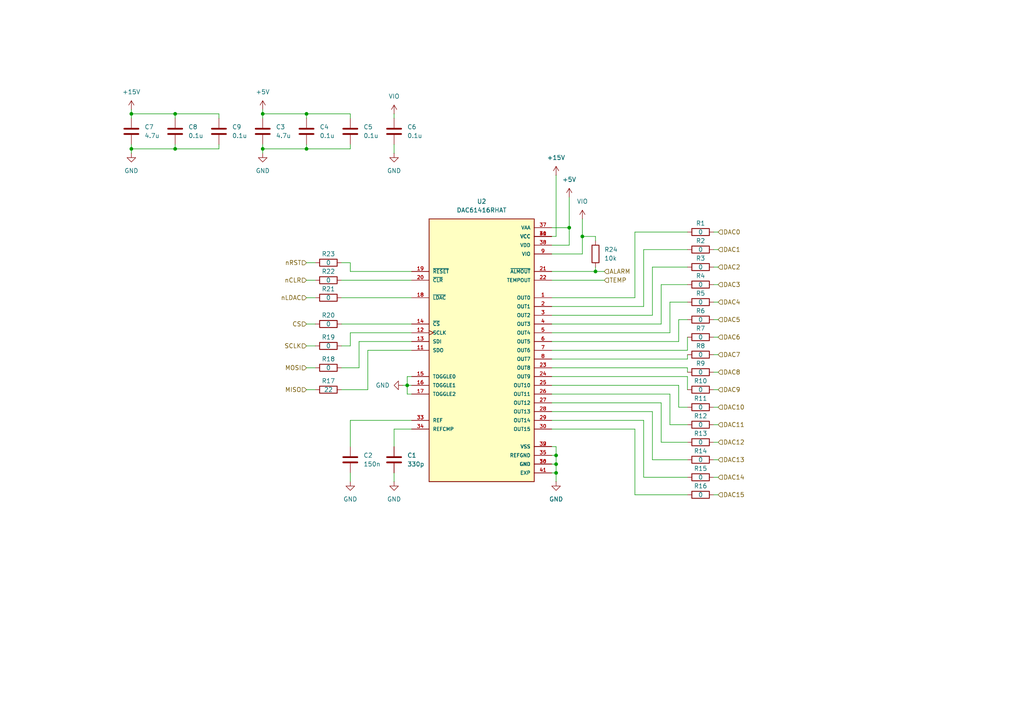
<source format=kicad_sch>
(kicad_sch
	(version 20231120)
	(generator "eeschema")
	(generator_version "8.0")
	(uuid "5b2ace06-b7bd-4ae6-a80a-ea0a11adb55f")
	(paper "A4")
	(lib_symbols
		(symbol "DAC61416RHAT:DAC61416RHAT"
			(pin_names
				(offset 1.016)
			)
			(exclude_from_sim no)
			(in_bom yes)
			(on_board yes)
			(property "Reference" "U"
				(at -15.24 39.37 0)
				(effects
					(font
						(size 1.27 1.27)
					)
					(justify left bottom)
				)
			)
			(property "Value" "DAC61416RHAT"
				(at -15.24 -40.64 0)
				(effects
					(font
						(size 1.27 1.27)
					)
					(justify left bottom)
				)
			)
			(property "Footprint" "DAC61416RHAT:QFN50P600X600X100-41N"
				(at 0 0 0)
				(effects
					(font
						(size 1.27 1.27)
					)
					(justify bottom)
					(hide yes)
				)
			)
			(property "Datasheet" ""
				(at 0 0 0)
				(effects
					(font
						(size 1.27 1.27)
					)
					(hide yes)
				)
			)
			(property "Description" ""
				(at 0 0 0)
				(effects
					(font
						(size 1.27 1.27)
					)
					(hide yes)
				)
			)
			(property "MF" "Texas Instruments"
				(at 0 0 0)
				(effects
					(font
						(size 1.27 1.27)
					)
					(justify bottom)
					(hide yes)
				)
			)
			(property "MAXIMUM_PACKAGE_HEIGHT" "1 mm"
				(at 0 0 0)
				(effects
					(font
						(size 1.27 1.27)
					)
					(justify bottom)
					(hide yes)
				)
			)
			(property "Package" "VQFN-40 Texas Instruments"
				(at 0 0 0)
				(effects
					(font
						(size 1.27 1.27)
					)
					(justify bottom)
					(hide yes)
				)
			)
			(property "Price" "None"
				(at 0 0 0)
				(effects
					(font
						(size 1.27 1.27)
					)
					(justify bottom)
					(hide yes)
				)
			)
			(property "Check_prices" "https://www.snapeda.com/parts/DAC61416RHAT/Texas+Instruments/view-part/?ref=eda"
				(at 0 0 0)
				(effects
					(font
						(size 1.27 1.27)
					)
					(justify bottom)
					(hide yes)
				)
			)
			(property "STANDARD" "IPC 7351B"
				(at 0 0 0)
				(effects
					(font
						(size 1.27 1.27)
					)
					(justify bottom)
					(hide yes)
				)
			)
			(property "PARTREV" "A"
				(at 0 0 0)
				(effects
					(font
						(size 1.27 1.27)
					)
					(justify bottom)
					(hide yes)
				)
			)
			(property "SnapEDA_Link" "https://www.snapeda.com/parts/DAC61416RHAT/Texas+Instruments/view-part/?ref=snap"
				(at 0 0 0)
				(effects
					(font
						(size 1.27 1.27)
					)
					(justify bottom)
					(hide yes)
				)
			)
			(property "MP" "DAC61416RHAT"
				(at 0 0 0)
				(effects
					(font
						(size 1.27 1.27)
					)
					(justify bottom)
					(hide yes)
				)
			)
			(property "Description_1" "\n                        \n                            16-channel 12-bit high-voltage output DAC with integrated internal reference\n                        \n"
				(at 0 0 0)
				(effects
					(font
						(size 1.27 1.27)
					)
					(justify bottom)
					(hide yes)
				)
			)
			(property "Availability" "In Stock"
				(at 0 0 0)
				(effects
					(font
						(size 1.27 1.27)
					)
					(justify bottom)
					(hide yes)
				)
			)
			(property "MANUFACTURER" "Texas instruments"
				(at 0 0 0)
				(effects
					(font
						(size 1.27 1.27)
					)
					(justify bottom)
					(hide yes)
				)
			)
			(symbol "DAC61416RHAT_0_0"
				(rectangle
					(start -15.24 -38.1)
					(end 15.24 38.1)
					(stroke
						(width 0.254)
						(type default)
					)
					(fill
						(type background)
					)
				)
				(pin output line
					(at 20.32 15.24 180)
					(length 5.08)
					(name "OUT0"
						(effects
							(font
								(size 1.016 1.016)
							)
						)
					)
					(number "1"
						(effects
							(font
								(size 1.016 1.016)
							)
						)
					)
				)
				(pin power_in line
					(at 20.32 -33.02 180)
					(length 5.08)
					(name "GND"
						(effects
							(font
								(size 1.016 1.016)
							)
						)
					)
					(number "10"
						(effects
							(font
								(size 1.016 1.016)
							)
						)
					)
				)
				(pin output line
					(at -20.32 0 0)
					(length 5.08)
					(name "SDO"
						(effects
							(font
								(size 1.016 1.016)
							)
						)
					)
					(number "11"
						(effects
							(font
								(size 1.016 1.016)
							)
						)
					)
				)
				(pin input clock
					(at -20.32 5.08 0)
					(length 5.08)
					(name "SCLK"
						(effects
							(font
								(size 1.016 1.016)
							)
						)
					)
					(number "12"
						(effects
							(font
								(size 1.016 1.016)
							)
						)
					)
				)
				(pin input line
					(at -20.32 2.54 0)
					(length 5.08)
					(name "SDI"
						(effects
							(font
								(size 1.016 1.016)
							)
						)
					)
					(number "13"
						(effects
							(font
								(size 1.016 1.016)
							)
						)
					)
				)
				(pin input line
					(at -20.32 7.62 0)
					(length 5.08)
					(name "~{CS}"
						(effects
							(font
								(size 1.016 1.016)
							)
						)
					)
					(number "14"
						(effects
							(font
								(size 1.016 1.016)
							)
						)
					)
				)
				(pin input line
					(at -20.32 -7.62 0)
					(length 5.08)
					(name "TOGGLE0"
						(effects
							(font
								(size 1.016 1.016)
							)
						)
					)
					(number "15"
						(effects
							(font
								(size 1.016 1.016)
							)
						)
					)
				)
				(pin input line
					(at -20.32 -10.16 0)
					(length 5.08)
					(name "TOGGLE1"
						(effects
							(font
								(size 1.016 1.016)
							)
						)
					)
					(number "16"
						(effects
							(font
								(size 1.016 1.016)
							)
						)
					)
				)
				(pin input line
					(at -20.32 -12.7 0)
					(length 5.08)
					(name "TOGGLE2"
						(effects
							(font
								(size 1.016 1.016)
							)
						)
					)
					(number "17"
						(effects
							(font
								(size 1.016 1.016)
							)
						)
					)
				)
				(pin input line
					(at -20.32 15.24 0)
					(length 5.08)
					(name "~{LDAC}"
						(effects
							(font
								(size 1.016 1.016)
							)
						)
					)
					(number "18"
						(effects
							(font
								(size 1.016 1.016)
							)
						)
					)
				)
				(pin input line
					(at -20.32 22.86 0)
					(length 5.08)
					(name "~{RESET}"
						(effects
							(font
								(size 1.016 1.016)
							)
						)
					)
					(number "19"
						(effects
							(font
								(size 1.016 1.016)
							)
						)
					)
				)
				(pin output line
					(at 20.32 12.7 180)
					(length 5.08)
					(name "OUT1"
						(effects
							(font
								(size 1.016 1.016)
							)
						)
					)
					(number "2"
						(effects
							(font
								(size 1.016 1.016)
							)
						)
					)
				)
				(pin input line
					(at -20.32 20.32 0)
					(length 5.08)
					(name "~{CLR}"
						(effects
							(font
								(size 1.016 1.016)
							)
						)
					)
					(number "20"
						(effects
							(font
								(size 1.016 1.016)
							)
						)
					)
				)
				(pin output line
					(at 20.32 22.86 180)
					(length 5.08)
					(name "~{ALMOUT}"
						(effects
							(font
								(size 1.016 1.016)
							)
						)
					)
					(number "21"
						(effects
							(font
								(size 1.016 1.016)
							)
						)
					)
				)
				(pin output line
					(at 20.32 20.32 180)
					(length 5.08)
					(name "TEMPOUT"
						(effects
							(font
								(size 1.016 1.016)
							)
						)
					)
					(number "22"
						(effects
							(font
								(size 1.016 1.016)
							)
						)
					)
				)
				(pin output line
					(at 20.32 -5.08 180)
					(length 5.08)
					(name "OUT8"
						(effects
							(font
								(size 1.016 1.016)
							)
						)
					)
					(number "23"
						(effects
							(font
								(size 1.016 1.016)
							)
						)
					)
				)
				(pin output line
					(at 20.32 -7.62 180)
					(length 5.08)
					(name "OUT9"
						(effects
							(font
								(size 1.016 1.016)
							)
						)
					)
					(number "24"
						(effects
							(font
								(size 1.016 1.016)
							)
						)
					)
				)
				(pin output line
					(at 20.32 -10.16 180)
					(length 5.08)
					(name "OUT10"
						(effects
							(font
								(size 1.016 1.016)
							)
						)
					)
					(number "25"
						(effects
							(font
								(size 1.016 1.016)
							)
						)
					)
				)
				(pin output line
					(at 20.32 -12.7 180)
					(length 5.08)
					(name "OUT11"
						(effects
							(font
								(size 1.016 1.016)
							)
						)
					)
					(number "26"
						(effects
							(font
								(size 1.016 1.016)
							)
						)
					)
				)
				(pin output line
					(at 20.32 -15.24 180)
					(length 5.08)
					(name "OUT12"
						(effects
							(font
								(size 1.016 1.016)
							)
						)
					)
					(number "27"
						(effects
							(font
								(size 1.016 1.016)
							)
						)
					)
				)
				(pin output line
					(at 20.32 -17.78 180)
					(length 5.08)
					(name "OUT13"
						(effects
							(font
								(size 1.016 1.016)
							)
						)
					)
					(number "28"
						(effects
							(font
								(size 1.016 1.016)
							)
						)
					)
				)
				(pin output line
					(at 20.32 -20.32 180)
					(length 5.08)
					(name "OUT14"
						(effects
							(font
								(size 1.016 1.016)
							)
						)
					)
					(number "29"
						(effects
							(font
								(size 1.016 1.016)
							)
						)
					)
				)
				(pin output line
					(at 20.32 10.16 180)
					(length 5.08)
					(name "OUT2"
						(effects
							(font
								(size 1.016 1.016)
							)
						)
					)
					(number "3"
						(effects
							(font
								(size 1.016 1.016)
							)
						)
					)
				)
				(pin output line
					(at 20.32 -22.86 180)
					(length 5.08)
					(name "OUT15"
						(effects
							(font
								(size 1.016 1.016)
							)
						)
					)
					(number "30"
						(effects
							(font
								(size 1.016 1.016)
							)
						)
					)
				)
				(pin power_in line
					(at 20.32 33.02 180)
					(length 5.08)
					(name "VCC"
						(effects
							(font
								(size 1.016 1.016)
							)
						)
					)
					(number "31"
						(effects
							(font
								(size 1.016 1.016)
							)
						)
					)
				)
				(pin power_in line
					(at 20.32 -27.94 180)
					(length 5.08)
					(name "VSS"
						(effects
							(font
								(size 1.016 1.016)
							)
						)
					)
					(number "32"
						(effects
							(font
								(size 1.016 1.016)
							)
						)
					)
				)
				(pin bidirectional line
					(at -20.32 -20.32 0)
					(length 5.08)
					(name "REF"
						(effects
							(font
								(size 1.016 1.016)
							)
						)
					)
					(number "33"
						(effects
							(font
								(size 1.016 1.016)
							)
						)
					)
				)
				(pin bidirectional line
					(at -20.32 -22.86 0)
					(length 5.08)
					(name "REFCMP"
						(effects
							(font
								(size 1.016 1.016)
							)
						)
					)
					(number "34"
						(effects
							(font
								(size 1.016 1.016)
							)
						)
					)
				)
				(pin power_in line
					(at 20.32 -30.48 180)
					(length 5.08)
					(name "REFGND"
						(effects
							(font
								(size 1.016 1.016)
							)
						)
					)
					(number "35"
						(effects
							(font
								(size 1.016 1.016)
							)
						)
					)
				)
				(pin power_in line
					(at 20.32 -33.02 180)
					(length 5.08)
					(name "GND"
						(effects
							(font
								(size 1.016 1.016)
							)
						)
					)
					(number "36"
						(effects
							(font
								(size 1.016 1.016)
							)
						)
					)
				)
				(pin power_in line
					(at 20.32 35.56 180)
					(length 5.08)
					(name "VAA"
						(effects
							(font
								(size 1.016 1.016)
							)
						)
					)
					(number "37"
						(effects
							(font
								(size 1.016 1.016)
							)
						)
					)
				)
				(pin power_in line
					(at 20.32 30.48 180)
					(length 5.08)
					(name "VDD"
						(effects
							(font
								(size 1.016 1.016)
							)
						)
					)
					(number "38"
						(effects
							(font
								(size 1.016 1.016)
							)
						)
					)
				)
				(pin power_in line
					(at 20.32 -27.94 180)
					(length 5.08)
					(name "VSS"
						(effects
							(font
								(size 1.016 1.016)
							)
						)
					)
					(number "39"
						(effects
							(font
								(size 1.016 1.016)
							)
						)
					)
				)
				(pin output line
					(at 20.32 7.62 180)
					(length 5.08)
					(name "OUT3"
						(effects
							(font
								(size 1.016 1.016)
							)
						)
					)
					(number "4"
						(effects
							(font
								(size 1.016 1.016)
							)
						)
					)
				)
				(pin power_in line
					(at 20.32 33.02 180)
					(length 5.08)
					(name "VCC"
						(effects
							(font
								(size 1.016 1.016)
							)
						)
					)
					(number "40"
						(effects
							(font
								(size 1.016 1.016)
							)
						)
					)
				)
				(pin power_in line
					(at 20.32 -35.56 180)
					(length 5.08)
					(name "EXP"
						(effects
							(font
								(size 1.016 1.016)
							)
						)
					)
					(number "41"
						(effects
							(font
								(size 1.016 1.016)
							)
						)
					)
				)
				(pin output line
					(at 20.32 5.08 180)
					(length 5.08)
					(name "OUT4"
						(effects
							(font
								(size 1.016 1.016)
							)
						)
					)
					(number "5"
						(effects
							(font
								(size 1.016 1.016)
							)
						)
					)
				)
				(pin output line
					(at 20.32 2.54 180)
					(length 5.08)
					(name "OUT5"
						(effects
							(font
								(size 1.016 1.016)
							)
						)
					)
					(number "6"
						(effects
							(font
								(size 1.016 1.016)
							)
						)
					)
				)
				(pin output line
					(at 20.32 0 180)
					(length 5.08)
					(name "OUT6"
						(effects
							(font
								(size 1.016 1.016)
							)
						)
					)
					(number "7"
						(effects
							(font
								(size 1.016 1.016)
							)
						)
					)
				)
				(pin output line
					(at 20.32 -2.54 180)
					(length 5.08)
					(name "OUT7"
						(effects
							(font
								(size 1.016 1.016)
							)
						)
					)
					(number "8"
						(effects
							(font
								(size 1.016 1.016)
							)
						)
					)
				)
				(pin power_in line
					(at 20.32 27.94 180)
					(length 5.08)
					(name "VIO"
						(effects
							(font
								(size 1.016 1.016)
							)
						)
					)
					(number "9"
						(effects
							(font
								(size 1.016 1.016)
							)
						)
					)
				)
			)
		)
		(symbol "Device:C"
			(pin_numbers hide)
			(pin_names
				(offset 0.254)
			)
			(exclude_from_sim no)
			(in_bom yes)
			(on_board yes)
			(property "Reference" "C"
				(at 0.635 2.54 0)
				(effects
					(font
						(size 1.27 1.27)
					)
					(justify left)
				)
			)
			(property "Value" "C"
				(at 0.635 -2.54 0)
				(effects
					(font
						(size 1.27 1.27)
					)
					(justify left)
				)
			)
			(property "Footprint" ""
				(at 0.9652 -3.81 0)
				(effects
					(font
						(size 1.27 1.27)
					)
					(hide yes)
				)
			)
			(property "Datasheet" "~"
				(at 0 0 0)
				(effects
					(font
						(size 1.27 1.27)
					)
					(hide yes)
				)
			)
			(property "Description" "Unpolarized capacitor"
				(at 0 0 0)
				(effects
					(font
						(size 1.27 1.27)
					)
					(hide yes)
				)
			)
			(property "ki_keywords" "cap capacitor"
				(at 0 0 0)
				(effects
					(font
						(size 1.27 1.27)
					)
					(hide yes)
				)
			)
			(property "ki_fp_filters" "C_*"
				(at 0 0 0)
				(effects
					(font
						(size 1.27 1.27)
					)
					(hide yes)
				)
			)
			(symbol "C_0_1"
				(polyline
					(pts
						(xy -2.032 -0.762) (xy 2.032 -0.762)
					)
					(stroke
						(width 0.508)
						(type default)
					)
					(fill
						(type none)
					)
				)
				(polyline
					(pts
						(xy -2.032 0.762) (xy 2.032 0.762)
					)
					(stroke
						(width 0.508)
						(type default)
					)
					(fill
						(type none)
					)
				)
			)
			(symbol "C_1_1"
				(pin passive line
					(at 0 3.81 270)
					(length 2.794)
					(name "~"
						(effects
							(font
								(size 1.27 1.27)
							)
						)
					)
					(number "1"
						(effects
							(font
								(size 1.27 1.27)
							)
						)
					)
				)
				(pin passive line
					(at 0 -3.81 90)
					(length 2.794)
					(name "~"
						(effects
							(font
								(size 1.27 1.27)
							)
						)
					)
					(number "2"
						(effects
							(font
								(size 1.27 1.27)
							)
						)
					)
				)
			)
		)
		(symbol "Device:R"
			(pin_numbers hide)
			(pin_names
				(offset 0)
			)
			(exclude_from_sim no)
			(in_bom yes)
			(on_board yes)
			(property "Reference" "R"
				(at 2.032 0 90)
				(effects
					(font
						(size 1.27 1.27)
					)
				)
			)
			(property "Value" "R"
				(at 0 0 90)
				(effects
					(font
						(size 1.27 1.27)
					)
				)
			)
			(property "Footprint" ""
				(at -1.778 0 90)
				(effects
					(font
						(size 1.27 1.27)
					)
					(hide yes)
				)
			)
			(property "Datasheet" "~"
				(at 0 0 0)
				(effects
					(font
						(size 1.27 1.27)
					)
					(hide yes)
				)
			)
			(property "Description" "Resistor"
				(at 0 0 0)
				(effects
					(font
						(size 1.27 1.27)
					)
					(hide yes)
				)
			)
			(property "ki_keywords" "R res resistor"
				(at 0 0 0)
				(effects
					(font
						(size 1.27 1.27)
					)
					(hide yes)
				)
			)
			(property "ki_fp_filters" "R_*"
				(at 0 0 0)
				(effects
					(font
						(size 1.27 1.27)
					)
					(hide yes)
				)
			)
			(symbol "R_0_1"
				(rectangle
					(start -1.016 -2.54)
					(end 1.016 2.54)
					(stroke
						(width 0.254)
						(type default)
					)
					(fill
						(type none)
					)
				)
			)
			(symbol "R_1_1"
				(pin passive line
					(at 0 3.81 270)
					(length 1.27)
					(name "~"
						(effects
							(font
								(size 1.27 1.27)
							)
						)
					)
					(number "1"
						(effects
							(font
								(size 1.27 1.27)
							)
						)
					)
				)
				(pin passive line
					(at 0 -3.81 90)
					(length 1.27)
					(name "~"
						(effects
							(font
								(size 1.27 1.27)
							)
						)
					)
					(number "2"
						(effects
							(font
								(size 1.27 1.27)
							)
						)
					)
				)
			)
		)
		(symbol "power:+15V"
			(power)
			(pin_numbers hide)
			(pin_names
				(offset 0) hide)
			(exclude_from_sim no)
			(in_bom yes)
			(on_board yes)
			(property "Reference" "#PWR"
				(at 0 -3.81 0)
				(effects
					(font
						(size 1.27 1.27)
					)
					(hide yes)
				)
			)
			(property "Value" "+15V"
				(at 0 3.556 0)
				(effects
					(font
						(size 1.27 1.27)
					)
				)
			)
			(property "Footprint" ""
				(at 0 0 0)
				(effects
					(font
						(size 1.27 1.27)
					)
					(hide yes)
				)
			)
			(property "Datasheet" ""
				(at 0 0 0)
				(effects
					(font
						(size 1.27 1.27)
					)
					(hide yes)
				)
			)
			(property "Description" "Power symbol creates a global label with name \"+15V\""
				(at 0 0 0)
				(effects
					(font
						(size 1.27 1.27)
					)
					(hide yes)
				)
			)
			(property "ki_keywords" "global power"
				(at 0 0 0)
				(effects
					(font
						(size 1.27 1.27)
					)
					(hide yes)
				)
			)
			(symbol "+15V_0_1"
				(polyline
					(pts
						(xy -0.762 1.27) (xy 0 2.54)
					)
					(stroke
						(width 0)
						(type default)
					)
					(fill
						(type none)
					)
				)
				(polyline
					(pts
						(xy 0 0) (xy 0 2.54)
					)
					(stroke
						(width 0)
						(type default)
					)
					(fill
						(type none)
					)
				)
				(polyline
					(pts
						(xy 0 2.54) (xy 0.762 1.27)
					)
					(stroke
						(width 0)
						(type default)
					)
					(fill
						(type none)
					)
				)
			)
			(symbol "+15V_1_1"
				(pin power_in line
					(at 0 0 90)
					(length 0)
					(name "~"
						(effects
							(font
								(size 1.27 1.27)
							)
						)
					)
					(number "1"
						(effects
							(font
								(size 1.27 1.27)
							)
						)
					)
				)
			)
		)
		(symbol "power:+5V"
			(power)
			(pin_numbers hide)
			(pin_names
				(offset 0) hide)
			(exclude_from_sim no)
			(in_bom yes)
			(on_board yes)
			(property "Reference" "#PWR"
				(at 0 -3.81 0)
				(effects
					(font
						(size 1.27 1.27)
					)
					(hide yes)
				)
			)
			(property "Value" "+5V"
				(at 0 3.556 0)
				(effects
					(font
						(size 1.27 1.27)
					)
				)
			)
			(property "Footprint" ""
				(at 0 0 0)
				(effects
					(font
						(size 1.27 1.27)
					)
					(hide yes)
				)
			)
			(property "Datasheet" ""
				(at 0 0 0)
				(effects
					(font
						(size 1.27 1.27)
					)
					(hide yes)
				)
			)
			(property "Description" "Power symbol creates a global label with name \"+5V\""
				(at 0 0 0)
				(effects
					(font
						(size 1.27 1.27)
					)
					(hide yes)
				)
			)
			(property "ki_keywords" "global power"
				(at 0 0 0)
				(effects
					(font
						(size 1.27 1.27)
					)
					(hide yes)
				)
			)
			(symbol "+5V_0_1"
				(polyline
					(pts
						(xy -0.762 1.27) (xy 0 2.54)
					)
					(stroke
						(width 0)
						(type default)
					)
					(fill
						(type none)
					)
				)
				(polyline
					(pts
						(xy 0 0) (xy 0 2.54)
					)
					(stroke
						(width 0)
						(type default)
					)
					(fill
						(type none)
					)
				)
				(polyline
					(pts
						(xy 0 2.54) (xy 0.762 1.27)
					)
					(stroke
						(width 0)
						(type default)
					)
					(fill
						(type none)
					)
				)
			)
			(symbol "+5V_1_1"
				(pin power_in line
					(at 0 0 90)
					(length 0)
					(name "~"
						(effects
							(font
								(size 1.27 1.27)
							)
						)
					)
					(number "1"
						(effects
							(font
								(size 1.27 1.27)
							)
						)
					)
				)
			)
		)
		(symbol "power:GND"
			(power)
			(pin_numbers hide)
			(pin_names
				(offset 0) hide)
			(exclude_from_sim no)
			(in_bom yes)
			(on_board yes)
			(property "Reference" "#PWR"
				(at 0 -6.35 0)
				(effects
					(font
						(size 1.27 1.27)
					)
					(hide yes)
				)
			)
			(property "Value" "GND"
				(at 0 -3.81 0)
				(effects
					(font
						(size 1.27 1.27)
					)
				)
			)
			(property "Footprint" ""
				(at 0 0 0)
				(effects
					(font
						(size 1.27 1.27)
					)
					(hide yes)
				)
			)
			(property "Datasheet" ""
				(at 0 0 0)
				(effects
					(font
						(size 1.27 1.27)
					)
					(hide yes)
				)
			)
			(property "Description" "Power symbol creates a global label with name \"GND\" , ground"
				(at 0 0 0)
				(effects
					(font
						(size 1.27 1.27)
					)
					(hide yes)
				)
			)
			(property "ki_keywords" "global power"
				(at 0 0 0)
				(effects
					(font
						(size 1.27 1.27)
					)
					(hide yes)
				)
			)
			(symbol "GND_0_1"
				(polyline
					(pts
						(xy 0 0) (xy 0 -1.27) (xy 1.27 -1.27) (xy 0 -2.54) (xy -1.27 -1.27) (xy 0 -1.27)
					)
					(stroke
						(width 0)
						(type default)
					)
					(fill
						(type none)
					)
				)
			)
			(symbol "GND_1_1"
				(pin power_in line
					(at 0 0 270)
					(length 0)
					(name "~"
						(effects
							(font
								(size 1.27 1.27)
							)
						)
					)
					(number "1"
						(effects
							(font
								(size 1.27 1.27)
							)
						)
					)
				)
			)
		)
		(symbol "power:VCC"
			(power)
			(pin_numbers hide)
			(pin_names
				(offset 0) hide)
			(exclude_from_sim no)
			(in_bom yes)
			(on_board yes)
			(property "Reference" "#PWR"
				(at 0 -3.81 0)
				(effects
					(font
						(size 1.27 1.27)
					)
					(hide yes)
				)
			)
			(property "Value" "VCC"
				(at 0 3.556 0)
				(effects
					(font
						(size 1.27 1.27)
					)
				)
			)
			(property "Footprint" ""
				(at 0 0 0)
				(effects
					(font
						(size 1.27 1.27)
					)
					(hide yes)
				)
			)
			(property "Datasheet" ""
				(at 0 0 0)
				(effects
					(font
						(size 1.27 1.27)
					)
					(hide yes)
				)
			)
			(property "Description" "Power symbol creates a global label with name \"VCC\""
				(at 0 0 0)
				(effects
					(font
						(size 1.27 1.27)
					)
					(hide yes)
				)
			)
			(property "ki_keywords" "global power"
				(at 0 0 0)
				(effects
					(font
						(size 1.27 1.27)
					)
					(hide yes)
				)
			)
			(symbol "VCC_0_1"
				(polyline
					(pts
						(xy -0.762 1.27) (xy 0 2.54)
					)
					(stroke
						(width 0)
						(type default)
					)
					(fill
						(type none)
					)
				)
				(polyline
					(pts
						(xy 0 0) (xy 0 2.54)
					)
					(stroke
						(width 0)
						(type default)
					)
					(fill
						(type none)
					)
				)
				(polyline
					(pts
						(xy 0 2.54) (xy 0.762 1.27)
					)
					(stroke
						(width 0)
						(type default)
					)
					(fill
						(type none)
					)
				)
			)
			(symbol "VCC_1_1"
				(pin power_in line
					(at 0 0 90)
					(length 0)
					(name "~"
						(effects
							(font
								(size 1.27 1.27)
							)
						)
					)
					(number "1"
						(effects
							(font
								(size 1.27 1.27)
							)
						)
					)
				)
			)
		)
	)
	(junction
		(at 50.8 43.18)
		(diameter 0)
		(color 0 0 0 0)
		(uuid "00f887a3-19ad-46b0-a009-50da6a620259")
	)
	(junction
		(at 38.1 33.02)
		(diameter 0)
		(color 0 0 0 0)
		(uuid "090c5615-d3d3-48a4-ac6e-95963b8a9238")
	)
	(junction
		(at 38.1 43.18)
		(diameter 0)
		(color 0 0 0 0)
		(uuid "16e9ee14-f037-44d0-b9bf-a2aa5afc1676")
	)
	(junction
		(at 50.8 33.02)
		(diameter 0)
		(color 0 0 0 0)
		(uuid "1e1b7a89-6a32-4e28-898b-adef9b54dc18")
	)
	(junction
		(at 88.9 43.18)
		(diameter 0)
		(color 0 0 0 0)
		(uuid "26dcff40-db04-4586-9287-892618323850")
	)
	(junction
		(at 76.2 43.18)
		(diameter 0)
		(color 0 0 0 0)
		(uuid "4eef4957-ef53-4712-8e9d-927202232f29")
	)
	(junction
		(at 118.11 111.76)
		(diameter 0)
		(color 0 0 0 0)
		(uuid "50ad66f5-ff98-4bb5-ab08-4dfbba2993a7")
	)
	(junction
		(at 76.2 33.02)
		(diameter 0)
		(color 0 0 0 0)
		(uuid "50ff70a1-3886-42e9-8114-6ae240aa2ac7")
	)
	(junction
		(at 88.9 33.02)
		(diameter 0)
		(color 0 0 0 0)
		(uuid "53547f1a-7a60-45ef-bf16-d3f6bc9b7893")
	)
	(junction
		(at 168.91 68.58)
		(diameter 0)
		(color 0 0 0 0)
		(uuid "55069fed-b411-490f-99f0-4ab6265abb3d")
	)
	(junction
		(at 161.29 137.16)
		(diameter 0)
		(color 0 0 0 0)
		(uuid "6b27cb7f-ac33-41d2-9650-1dfc1fab7cc8")
	)
	(junction
		(at 165.1 66.04)
		(diameter 0)
		(color 0 0 0 0)
		(uuid "7f5484a2-ae14-409a-8530-2f339891fd08")
	)
	(junction
		(at 161.29 134.62)
		(diameter 0)
		(color 0 0 0 0)
		(uuid "8eacf751-a45f-40fd-8d3e-5b32133c7b94")
	)
	(junction
		(at 161.29 132.08)
		(diameter 0)
		(color 0 0 0 0)
		(uuid "d7617c62-36b5-4b46-abdc-f101316f07d0")
	)
	(junction
		(at 172.72 78.74)
		(diameter 0)
		(color 0 0 0 0)
		(uuid "e4401165-66d7-4277-b6cc-3835f211ff10")
	)
	(wire
		(pts
			(xy 76.2 41.91) (xy 76.2 43.18)
		)
		(stroke
			(width 0)
			(type default)
		)
		(uuid "031b7922-25c5-40dc-82cd-3436dacd6998")
	)
	(wire
		(pts
			(xy 104.14 99.06) (xy 104.14 106.68)
		)
		(stroke
			(width 0)
			(type default)
		)
		(uuid "044baaff-d97d-46ac-a65e-1df51d135540")
	)
	(wire
		(pts
			(xy 207.01 77.47) (xy 208.28 77.47)
		)
		(stroke
			(width 0)
			(type default)
		)
		(uuid "09050c70-e9dc-41cc-b28b-7fec52dbe076")
	)
	(wire
		(pts
			(xy 160.02 134.62) (xy 161.29 134.62)
		)
		(stroke
			(width 0)
			(type default)
		)
		(uuid "0a918c17-fb87-45e1-be80-7d44832e1249")
	)
	(wire
		(pts
			(xy 76.2 43.18) (xy 76.2 44.45)
		)
		(stroke
			(width 0)
			(type default)
		)
		(uuid "0ad97c71-fda1-4472-a718-2ffc0a3ccfe3")
	)
	(wire
		(pts
			(xy 207.01 113.03) (xy 208.28 113.03)
		)
		(stroke
			(width 0)
			(type default)
		)
		(uuid "0cc4c4a2-41d3-4336-9ea2-0190a8d90e75")
	)
	(wire
		(pts
			(xy 207.01 97.79) (xy 208.28 97.79)
		)
		(stroke
			(width 0)
			(type default)
		)
		(uuid "10c8aa20-d5e7-450e-9e2d-59e475fd4f58")
	)
	(wire
		(pts
			(xy 196.85 118.11) (xy 196.85 111.76)
		)
		(stroke
			(width 0)
			(type default)
		)
		(uuid "119e61a8-6af1-4b98-821f-61867b6256c9")
	)
	(wire
		(pts
			(xy 160.02 129.54) (xy 161.29 129.54)
		)
		(stroke
			(width 0)
			(type default)
		)
		(uuid "161ed72b-6e4b-4ac1-8a57-e7ab07910269")
	)
	(wire
		(pts
			(xy 160.02 96.52) (xy 194.31 96.52)
		)
		(stroke
			(width 0)
			(type default)
		)
		(uuid "185769d0-06ec-4f0e-958d-d6ce9f9add54")
	)
	(wire
		(pts
			(xy 118.11 111.76) (xy 119.38 111.76)
		)
		(stroke
			(width 0)
			(type default)
		)
		(uuid "189c1458-fc07-439a-9be6-7c81b9d77a8f")
	)
	(wire
		(pts
			(xy 88.9 93.98) (xy 91.44 93.98)
		)
		(stroke
			(width 0)
			(type default)
		)
		(uuid "20da4ff9-352d-4d05-8de9-2dd39569f0b1")
	)
	(wire
		(pts
			(xy 118.11 114.3) (xy 119.38 114.3)
		)
		(stroke
			(width 0)
			(type default)
		)
		(uuid "214c31bd-f31a-4fc4-af1a-cf369283ab8c")
	)
	(wire
		(pts
			(xy 101.6 43.18) (xy 101.6 41.91)
		)
		(stroke
			(width 0)
			(type default)
		)
		(uuid "22c4c66b-c85a-418b-9862-9c7f9af21335")
	)
	(wire
		(pts
			(xy 160.02 119.38) (xy 189.23 119.38)
		)
		(stroke
			(width 0)
			(type default)
		)
		(uuid "24ba350e-1c4f-4b74-acb4-1a753b8651fb")
	)
	(wire
		(pts
			(xy 101.6 78.74) (xy 119.38 78.74)
		)
		(stroke
			(width 0)
			(type default)
		)
		(uuid "24cfffd2-1f29-4bca-87d0-943c0f47f75a")
	)
	(wire
		(pts
			(xy 114.3 33.02) (xy 114.3 34.29)
		)
		(stroke
			(width 0)
			(type default)
		)
		(uuid "258d7d45-35e1-43a2-af28-7c1711ee1c8c")
	)
	(wire
		(pts
			(xy 160.02 104.14) (xy 199.39 104.14)
		)
		(stroke
			(width 0)
			(type default)
		)
		(uuid "2c4321fa-bf8c-42e2-9ee8-aae5dbb3a9a4")
	)
	(wire
		(pts
			(xy 186.69 72.39) (xy 186.69 88.9)
		)
		(stroke
			(width 0)
			(type default)
		)
		(uuid "2d5aa475-6a50-4a53-9c46-f4b6d2baa57e")
	)
	(wire
		(pts
			(xy 160.02 121.92) (xy 186.69 121.92)
		)
		(stroke
			(width 0)
			(type default)
		)
		(uuid "31edb8f0-f912-4fff-b05b-ac47673f01ff")
	)
	(wire
		(pts
			(xy 88.9 100.33) (xy 91.44 100.33)
		)
		(stroke
			(width 0)
			(type default)
		)
		(uuid "3388978c-0d34-4f5e-bbef-4a677383065e")
	)
	(wire
		(pts
			(xy 101.6 100.33) (xy 99.06 100.33)
		)
		(stroke
			(width 0)
			(type default)
		)
		(uuid "35d970fd-1774-471b-8030-342c670e744c")
	)
	(wire
		(pts
			(xy 114.3 129.54) (xy 114.3 124.46)
		)
		(stroke
			(width 0)
			(type default)
		)
		(uuid "38e41e68-8c26-4bdc-a417-aac1445f50ac")
	)
	(wire
		(pts
			(xy 160.02 73.66) (xy 168.91 73.66)
		)
		(stroke
			(width 0)
			(type default)
		)
		(uuid "39946385-92fe-4f7a-bada-385fd86654c3")
	)
	(wire
		(pts
			(xy 160.02 71.12) (xy 165.1 71.12)
		)
		(stroke
			(width 0)
			(type default)
		)
		(uuid "3ba967b0-03cd-4021-9145-89203331cafa")
	)
	(wire
		(pts
			(xy 104.14 99.06) (xy 119.38 99.06)
		)
		(stroke
			(width 0)
			(type default)
		)
		(uuid "3c46d480-6100-43ee-ae3d-5bec22f8a32e")
	)
	(wire
		(pts
			(xy 207.01 92.71) (xy 208.28 92.71)
		)
		(stroke
			(width 0)
			(type default)
		)
		(uuid "3fdd0dfb-f286-404c-9353-ef72159c0231")
	)
	(wire
		(pts
			(xy 50.8 41.91) (xy 50.8 43.18)
		)
		(stroke
			(width 0)
			(type default)
		)
		(uuid "416ae4ed-135c-4ecf-9807-ad3b2e353707")
	)
	(wire
		(pts
			(xy 88.9 86.36) (xy 91.44 86.36)
		)
		(stroke
			(width 0)
			(type default)
		)
		(uuid "439c95a0-008a-448c-ad72-da14c5191d92")
	)
	(wire
		(pts
			(xy 160.02 68.58) (xy 161.29 68.58)
		)
		(stroke
			(width 0)
			(type default)
		)
		(uuid "44fe4c0c-a976-4c11-b91c-9b0fb1beca4a")
	)
	(wire
		(pts
			(xy 119.38 121.92) (xy 101.6 121.92)
		)
		(stroke
			(width 0)
			(type default)
		)
		(uuid "462970d5-67a4-4539-b2df-5a7750942765")
	)
	(wire
		(pts
			(xy 38.1 41.91) (xy 38.1 43.18)
		)
		(stroke
			(width 0)
			(type default)
		)
		(uuid "4764bf77-50ca-4ca3-9503-7e3424d12738")
	)
	(wire
		(pts
			(xy 88.9 106.68) (xy 91.44 106.68)
		)
		(stroke
			(width 0)
			(type default)
		)
		(uuid "48b54943-a3cf-4b49-b36e-eea2b71a24bd")
	)
	(wire
		(pts
			(xy 118.11 111.76) (xy 118.11 114.3)
		)
		(stroke
			(width 0)
			(type default)
		)
		(uuid "4987fa5d-84f4-4a65-995d-c89d606f3163")
	)
	(wire
		(pts
			(xy 160.02 78.74) (xy 172.72 78.74)
		)
		(stroke
			(width 0)
			(type default)
		)
		(uuid "4f144c6d-11ed-4fbe-b813-73dd01a54eae")
	)
	(wire
		(pts
			(xy 160.02 109.22) (xy 199.39 109.22)
		)
		(stroke
			(width 0)
			(type default)
		)
		(uuid "5207606f-2e75-4e16-9e22-ab3ea6c26ae7")
	)
	(wire
		(pts
			(xy 184.15 67.31) (xy 184.15 86.36)
		)
		(stroke
			(width 0)
			(type default)
		)
		(uuid "5299d918-2e7d-403e-9175-cbbed393d7b6")
	)
	(wire
		(pts
			(xy 38.1 33.02) (xy 38.1 34.29)
		)
		(stroke
			(width 0)
			(type default)
		)
		(uuid "551901f2-075b-4216-aa24-9c584c7abd1d")
	)
	(wire
		(pts
			(xy 160.02 101.6) (xy 199.39 101.6)
		)
		(stroke
			(width 0)
			(type default)
		)
		(uuid "555eee71-1dd2-451e-a119-a059f0cd3bbd")
	)
	(wire
		(pts
			(xy 160.02 106.68) (xy 199.39 106.68)
		)
		(stroke
			(width 0)
			(type default)
		)
		(uuid "56224d42-4153-47a8-b2c0-eb2f457edf95")
	)
	(wire
		(pts
			(xy 101.6 76.2) (xy 101.6 78.74)
		)
		(stroke
			(width 0)
			(type default)
		)
		(uuid "567f6fee-a112-4584-b993-0f6da09a50d6")
	)
	(wire
		(pts
			(xy 199.39 113.03) (xy 199.39 109.22)
		)
		(stroke
			(width 0)
			(type default)
		)
		(uuid "5792e0de-55f5-463d-991e-0c64a777c1d9")
	)
	(wire
		(pts
			(xy 160.02 93.98) (xy 191.77 93.98)
		)
		(stroke
			(width 0)
			(type default)
		)
		(uuid "57c37c99-7a01-4755-b4f6-77f99873c1f5")
	)
	(wire
		(pts
			(xy 196.85 92.71) (xy 196.85 99.06)
		)
		(stroke
			(width 0)
			(type default)
		)
		(uuid "593e78a0-ae49-48d8-8d82-029cda20d17b")
	)
	(wire
		(pts
			(xy 207.01 87.63) (xy 208.28 87.63)
		)
		(stroke
			(width 0)
			(type default)
		)
		(uuid "5a113580-6b9f-42d3-927a-a91bb3aefa83")
	)
	(wire
		(pts
			(xy 63.5 43.18) (xy 63.5 41.91)
		)
		(stroke
			(width 0)
			(type default)
		)
		(uuid "5b7e3d7a-aae2-4c68-839e-c097aff605f5")
	)
	(wire
		(pts
			(xy 199.39 92.71) (xy 196.85 92.71)
		)
		(stroke
			(width 0)
			(type default)
		)
		(uuid "5cd6ca76-e201-4fa8-abf5-10a6443f9b68")
	)
	(wire
		(pts
			(xy 199.39 138.43) (xy 186.69 138.43)
		)
		(stroke
			(width 0)
			(type default)
		)
		(uuid "5f252961-a444-4ef8-a61f-a68743c541d4")
	)
	(wire
		(pts
			(xy 207.01 143.51) (xy 208.28 143.51)
		)
		(stroke
			(width 0)
			(type default)
		)
		(uuid "60aa47de-0c28-4944-b1fa-b2a600ac6c64")
	)
	(wire
		(pts
			(xy 160.02 124.46) (xy 184.15 124.46)
		)
		(stroke
			(width 0)
			(type default)
		)
		(uuid "61cdca81-170f-4fb9-a0dd-c3c6f143b807")
	)
	(wire
		(pts
			(xy 99.06 76.2) (xy 101.6 76.2)
		)
		(stroke
			(width 0)
			(type default)
		)
		(uuid "63d1a574-41aa-4f80-bb5b-b34e0ff9e676")
	)
	(wire
		(pts
			(xy 63.5 34.29) (xy 63.5 33.02)
		)
		(stroke
			(width 0)
			(type default)
		)
		(uuid "6493781e-4e21-4996-bf99-f72f2c3aff48")
	)
	(wire
		(pts
			(xy 199.39 67.31) (xy 184.15 67.31)
		)
		(stroke
			(width 0)
			(type default)
		)
		(uuid "64e280de-4e2c-439f-af6c-1107ba120497")
	)
	(wire
		(pts
			(xy 160.02 132.08) (xy 161.29 132.08)
		)
		(stroke
			(width 0)
			(type default)
		)
		(uuid "669e1260-d1d4-495b-a59f-0058afda05a3")
	)
	(wire
		(pts
			(xy 207.01 72.39) (xy 208.28 72.39)
		)
		(stroke
			(width 0)
			(type default)
		)
		(uuid "6757098d-a541-4c21-8389-e01ff7b06077")
	)
	(wire
		(pts
			(xy 184.15 143.51) (xy 184.15 124.46)
		)
		(stroke
			(width 0)
			(type default)
		)
		(uuid "69126d69-2a69-4cc1-b2c5-c2986da66820")
	)
	(wire
		(pts
			(xy 106.68 101.6) (xy 119.38 101.6)
		)
		(stroke
			(width 0)
			(type default)
		)
		(uuid "69e2251a-a23f-42ff-a942-4e1736002771")
	)
	(wire
		(pts
			(xy 168.91 68.58) (xy 168.91 73.66)
		)
		(stroke
			(width 0)
			(type default)
		)
		(uuid "6c6c27b1-6e9b-40fa-a24d-60c7f70bc18b")
	)
	(wire
		(pts
			(xy 161.29 132.08) (xy 161.29 134.62)
		)
		(stroke
			(width 0)
			(type default)
		)
		(uuid "6d7df173-0d36-469d-8b65-adf59d47e183")
	)
	(wire
		(pts
			(xy 161.29 129.54) (xy 161.29 132.08)
		)
		(stroke
			(width 0)
			(type default)
		)
		(uuid "6ec61319-70e8-4b1d-b3c4-77ce77d85e39")
	)
	(wire
		(pts
			(xy 99.06 93.98) (xy 119.38 93.98)
		)
		(stroke
			(width 0)
			(type default)
		)
		(uuid "74ccb8f7-6a38-4610-a1c6-6ddf89e1cb82")
	)
	(wire
		(pts
			(xy 118.11 109.22) (xy 118.11 111.76)
		)
		(stroke
			(width 0)
			(type default)
		)
		(uuid "75100039-ac6f-40b1-ba57-f3c205ddc22d")
	)
	(wire
		(pts
			(xy 101.6 121.92) (xy 101.6 129.54)
		)
		(stroke
			(width 0)
			(type default)
		)
		(uuid "760a031a-3eb2-48de-9819-4b70d6955f32")
	)
	(wire
		(pts
			(xy 101.6 96.52) (xy 101.6 100.33)
		)
		(stroke
			(width 0)
			(type default)
		)
		(uuid "762bd0f3-069b-48ca-be9d-8002deece3c7")
	)
	(wire
		(pts
			(xy 199.39 82.55) (xy 191.77 82.55)
		)
		(stroke
			(width 0)
			(type default)
		)
		(uuid "772a3e11-75be-41d2-a39a-b6b7ee295b7d")
	)
	(wire
		(pts
			(xy 199.39 77.47) (xy 189.23 77.47)
		)
		(stroke
			(width 0)
			(type default)
		)
		(uuid "77dce4cf-9ecf-4cbf-9f29-01f93dd162b1")
	)
	(wire
		(pts
			(xy 207.01 118.11) (xy 208.28 118.11)
		)
		(stroke
			(width 0)
			(type default)
		)
		(uuid "7851e1bc-26e4-400e-aae0-4af541f9079e")
	)
	(wire
		(pts
			(xy 199.39 102.87) (xy 199.39 104.14)
		)
		(stroke
			(width 0)
			(type default)
		)
		(uuid "7abb94df-58a3-4eb1-9430-22a3f12ba2d0")
	)
	(wire
		(pts
			(xy 165.1 57.15) (xy 165.1 66.04)
		)
		(stroke
			(width 0)
			(type default)
		)
		(uuid "7c2f39f7-26ba-48e3-a1fd-960e6424f62a")
	)
	(wire
		(pts
			(xy 199.39 123.19) (xy 194.31 123.19)
		)
		(stroke
			(width 0)
			(type default)
		)
		(uuid "837a654d-09d2-47a5-bd46-cf1ef851a3f7")
	)
	(wire
		(pts
			(xy 88.9 81.28) (xy 91.44 81.28)
		)
		(stroke
			(width 0)
			(type default)
		)
		(uuid "84153104-8cc9-47ea-b98e-0a84817ab23b")
	)
	(wire
		(pts
			(xy 88.9 113.03) (xy 91.44 113.03)
		)
		(stroke
			(width 0)
			(type default)
		)
		(uuid "845d0aa2-0ad0-4c20-b880-b93c856e51f2")
	)
	(wire
		(pts
			(xy 38.1 43.18) (xy 50.8 43.18)
		)
		(stroke
			(width 0)
			(type default)
		)
		(uuid "84cb05cc-974e-4fd0-ae75-7684a2129a09")
	)
	(wire
		(pts
			(xy 116.84 111.76) (xy 118.11 111.76)
		)
		(stroke
			(width 0)
			(type default)
		)
		(uuid "85973ec2-d096-4f16-9c9f-63910f1c88d5")
	)
	(wire
		(pts
			(xy 114.3 124.46) (xy 119.38 124.46)
		)
		(stroke
			(width 0)
			(type default)
		)
		(uuid "892541a2-e83e-46a7-8046-a83326775e3d")
	)
	(wire
		(pts
			(xy 168.91 68.58) (xy 172.72 68.58)
		)
		(stroke
			(width 0)
			(type default)
		)
		(uuid "893b5847-ce5e-4b6d-87e1-3ec9be1bd4fd")
	)
	(wire
		(pts
			(xy 186.69 138.43) (xy 186.69 121.92)
		)
		(stroke
			(width 0)
			(type default)
		)
		(uuid "89ed5a41-b79c-4a6e-9f43-4fa9d24d096a")
	)
	(wire
		(pts
			(xy 106.68 101.6) (xy 106.68 113.03)
		)
		(stroke
			(width 0)
			(type default)
		)
		(uuid "8af0d389-a77c-4fae-bcb3-7623c5e74a87")
	)
	(wire
		(pts
			(xy 189.23 133.35) (xy 189.23 119.38)
		)
		(stroke
			(width 0)
			(type default)
		)
		(uuid "8c4c7960-0895-424a-8154-5cdc814d73fd")
	)
	(wire
		(pts
			(xy 114.3 41.91) (xy 114.3 44.45)
		)
		(stroke
			(width 0)
			(type default)
		)
		(uuid "8d60d0cb-6a62-44f9-b076-aecb86464083")
	)
	(wire
		(pts
			(xy 88.9 33.02) (xy 88.9 34.29)
		)
		(stroke
			(width 0)
			(type default)
		)
		(uuid "8db77352-902b-4359-bdc3-bc5c13704bc4")
	)
	(wire
		(pts
			(xy 199.39 118.11) (xy 196.85 118.11)
		)
		(stroke
			(width 0)
			(type default)
		)
		(uuid "8dc47ea2-57b9-4f06-a42f-4385d4468797")
	)
	(wire
		(pts
			(xy 160.02 91.44) (xy 189.23 91.44)
		)
		(stroke
			(width 0)
			(type default)
		)
		(uuid "916f6b4d-56c0-42a0-830d-f68f1b4081e6")
	)
	(wire
		(pts
			(xy 161.29 137.16) (xy 161.29 139.7)
		)
		(stroke
			(width 0)
			(type default)
		)
		(uuid "9255c206-4a6c-47b7-8e5a-5f7268533833")
	)
	(wire
		(pts
			(xy 207.01 67.31) (xy 208.28 67.31)
		)
		(stroke
			(width 0)
			(type default)
		)
		(uuid "93b2844b-c34c-47d6-8157-589bed1b2577")
	)
	(wire
		(pts
			(xy 194.31 87.63) (xy 194.31 96.52)
		)
		(stroke
			(width 0)
			(type default)
		)
		(uuid "941ac5b2-1907-4cb8-90ed-731482a4655e")
	)
	(wire
		(pts
			(xy 101.6 34.29) (xy 101.6 33.02)
		)
		(stroke
			(width 0)
			(type default)
		)
		(uuid "9509fd29-fcb6-40dd-8be5-dd387b4ebc57")
	)
	(wire
		(pts
			(xy 207.01 138.43) (xy 208.28 138.43)
		)
		(stroke
			(width 0)
			(type default)
		)
		(uuid "97315481-9847-4e88-a88e-b7389c45fd86")
	)
	(wire
		(pts
			(xy 38.1 31.75) (xy 38.1 33.02)
		)
		(stroke
			(width 0)
			(type default)
		)
		(uuid "9e6f95cb-6ba8-494b-98ed-6887981f8b3b")
	)
	(wire
		(pts
			(xy 99.06 86.36) (xy 119.38 86.36)
		)
		(stroke
			(width 0)
			(type default)
		)
		(uuid "9f26fd02-b6ad-43e9-9b71-00ecfbbd1930")
	)
	(wire
		(pts
			(xy 63.5 33.02) (xy 50.8 33.02)
		)
		(stroke
			(width 0)
			(type default)
		)
		(uuid "a10a127b-7926-426c-9fad-55e7739eedbe")
	)
	(wire
		(pts
			(xy 99.06 81.28) (xy 119.38 81.28)
		)
		(stroke
			(width 0)
			(type default)
		)
		(uuid "a2b3701f-0557-45ca-96ec-d31c536ce168")
	)
	(wire
		(pts
			(xy 189.23 77.47) (xy 189.23 91.44)
		)
		(stroke
			(width 0)
			(type default)
		)
		(uuid "a60a95ab-297a-420e-9d2c-4193221b1e99")
	)
	(wire
		(pts
			(xy 161.29 50.8) (xy 161.29 68.58)
		)
		(stroke
			(width 0)
			(type default)
		)
		(uuid "a6f46053-212d-4024-873c-91ab5b9dfe1f")
	)
	(wire
		(pts
			(xy 207.01 128.27) (xy 208.28 128.27)
		)
		(stroke
			(width 0)
			(type default)
		)
		(uuid "a8e96a86-66eb-4ed5-9382-3722ba21b1cd")
	)
	(wire
		(pts
			(xy 160.02 88.9) (xy 186.69 88.9)
		)
		(stroke
			(width 0)
			(type default)
		)
		(uuid "ab89303d-f939-4b98-878f-3e9e8ef45ae7")
	)
	(wire
		(pts
			(xy 199.39 128.27) (xy 191.77 128.27)
		)
		(stroke
			(width 0)
			(type default)
		)
		(uuid "b10c9762-e2e3-424c-8852-df2057d32bf9")
	)
	(wire
		(pts
			(xy 160.02 86.36) (xy 184.15 86.36)
		)
		(stroke
			(width 0)
			(type default)
		)
		(uuid "b33e7cc3-d25d-4c69-8ec3-39623d01d25b")
	)
	(wire
		(pts
			(xy 191.77 82.55) (xy 191.77 93.98)
		)
		(stroke
			(width 0)
			(type default)
		)
		(uuid "b9422b02-f135-4f4f-b781-2613339b3910")
	)
	(wire
		(pts
			(xy 160.02 81.28) (xy 175.26 81.28)
		)
		(stroke
			(width 0)
			(type default)
		)
		(uuid "bb383668-837e-4dc1-a039-5090c0bc2bfa")
	)
	(wire
		(pts
			(xy 101.6 96.52) (xy 119.38 96.52)
		)
		(stroke
			(width 0)
			(type default)
		)
		(uuid "bec24ca7-1a9f-453c-a50d-88cf750985da")
	)
	(wire
		(pts
			(xy 160.02 99.06) (xy 196.85 99.06)
		)
		(stroke
			(width 0)
			(type default)
		)
		(uuid "bff5ee91-77a8-43bd-8451-f4fc541b8554")
	)
	(wire
		(pts
			(xy 207.01 123.19) (xy 208.28 123.19)
		)
		(stroke
			(width 0)
			(type default)
		)
		(uuid "c0d61a8d-818d-453e-90c6-9972f9c7ab56")
	)
	(wire
		(pts
			(xy 161.29 134.62) (xy 161.29 137.16)
		)
		(stroke
			(width 0)
			(type default)
		)
		(uuid "c2f4b9d0-ed03-4a45-86ad-273366961478")
	)
	(wire
		(pts
			(xy 50.8 43.18) (xy 63.5 43.18)
		)
		(stroke
			(width 0)
			(type default)
		)
		(uuid "c43d070e-8095-42c9-9c6d-bd5e8d239259")
	)
	(wire
		(pts
			(xy 101.6 33.02) (xy 88.9 33.02)
		)
		(stroke
			(width 0)
			(type default)
		)
		(uuid "c4ca450c-c2dd-47c6-86f7-efe1574c6425")
	)
	(wire
		(pts
			(xy 101.6 137.16) (xy 101.6 139.7)
		)
		(stroke
			(width 0)
			(type default)
		)
		(uuid "c4d0b6c9-3f0e-421a-b145-feda9cbf1fbe")
	)
	(wire
		(pts
			(xy 160.02 137.16) (xy 161.29 137.16)
		)
		(stroke
			(width 0)
			(type default)
		)
		(uuid "c70da8cb-40ba-4cbf-a150-dac770d83b4d")
	)
	(wire
		(pts
			(xy 199.39 97.79) (xy 199.39 101.6)
		)
		(stroke
			(width 0)
			(type default)
		)
		(uuid "c824a57d-5a60-4d01-b0e0-5c705e9e347f")
	)
	(wire
		(pts
			(xy 207.01 107.95) (xy 208.28 107.95)
		)
		(stroke
			(width 0)
			(type default)
		)
		(uuid "c9fd69cf-ba4f-4fae-9a31-1c4d37b64209")
	)
	(wire
		(pts
			(xy 199.39 143.51) (xy 184.15 143.51)
		)
		(stroke
			(width 0)
			(type default)
		)
		(uuid "cacfdf2e-9a22-420c-b975-412fec1eb341")
	)
	(wire
		(pts
			(xy 76.2 33.02) (xy 76.2 34.29)
		)
		(stroke
			(width 0)
			(type default)
		)
		(uuid "cb1f6dcd-0b8f-4b95-a34a-bf0766c32aa9")
	)
	(wire
		(pts
			(xy 88.9 33.02) (xy 76.2 33.02)
		)
		(stroke
			(width 0)
			(type default)
		)
		(uuid "ce296062-8298-4131-9951-44642a34dd9b")
	)
	(wire
		(pts
			(xy 199.39 72.39) (xy 186.69 72.39)
		)
		(stroke
			(width 0)
			(type default)
		)
		(uuid "d0c058f7-a581-482b-aba2-650a9e2ac2a8")
	)
	(wire
		(pts
			(xy 114.3 137.16) (xy 114.3 139.7)
		)
		(stroke
			(width 0)
			(type default)
		)
		(uuid "d10b0078-a908-4171-b88f-a07eaf76a74b")
	)
	(wire
		(pts
			(xy 199.39 87.63) (xy 194.31 87.63)
		)
		(stroke
			(width 0)
			(type default)
		)
		(uuid "d67552e1-4b62-4b69-ae68-0f0b55c2965b")
	)
	(wire
		(pts
			(xy 160.02 111.76) (xy 196.85 111.76)
		)
		(stroke
			(width 0)
			(type default)
		)
		(uuid "d905df00-7eba-42ec-a4eb-6bab878afe59")
	)
	(wire
		(pts
			(xy 88.9 43.18) (xy 101.6 43.18)
		)
		(stroke
			(width 0)
			(type default)
		)
		(uuid "da136e49-c3ba-4ed2-b7a4-3a81c840c134")
	)
	(wire
		(pts
			(xy 38.1 43.18) (xy 38.1 44.45)
		)
		(stroke
			(width 0)
			(type default)
		)
		(uuid "dbb9f0cd-5896-4d45-a2e0-2c1c47396eb6")
	)
	(wire
		(pts
			(xy 199.39 133.35) (xy 189.23 133.35)
		)
		(stroke
			(width 0)
			(type default)
		)
		(uuid "dc467304-b06c-4f61-8a86-fc2368977b59")
	)
	(wire
		(pts
			(xy 172.72 69.85) (xy 172.72 68.58)
		)
		(stroke
			(width 0)
			(type default)
		)
		(uuid "de040f60-bec8-4cef-8151-9564ce47fa01")
	)
	(wire
		(pts
			(xy 168.91 63.5) (xy 168.91 68.58)
		)
		(stroke
			(width 0)
			(type default)
		)
		(uuid "de2661f8-57e7-448c-9043-1b1e760fb74f")
	)
	(wire
		(pts
			(xy 38.1 33.02) (xy 50.8 33.02)
		)
		(stroke
			(width 0)
			(type default)
		)
		(uuid "e063d369-4726-4df5-b8e1-492a373efd50")
	)
	(wire
		(pts
			(xy 76.2 31.75) (xy 76.2 33.02)
		)
		(stroke
			(width 0)
			(type default)
		)
		(uuid "e104eb8c-6a83-4f99-953f-5706fd20a984")
	)
	(wire
		(pts
			(xy 88.9 41.91) (xy 88.9 43.18)
		)
		(stroke
			(width 0)
			(type default)
		)
		(uuid "e206c67d-bec5-4a0b-bd5d-731eedc77e42")
	)
	(wire
		(pts
			(xy 119.38 109.22) (xy 118.11 109.22)
		)
		(stroke
			(width 0)
			(type default)
		)
		(uuid "e2ab512f-5048-42fe-b891-e2269d4733b4")
	)
	(wire
		(pts
			(xy 88.9 76.2) (xy 91.44 76.2)
		)
		(stroke
			(width 0)
			(type default)
		)
		(uuid "e323de20-cc65-49b8-a2db-34d2e079866b")
	)
	(wire
		(pts
			(xy 199.39 107.95) (xy 199.39 106.68)
		)
		(stroke
			(width 0)
			(type default)
		)
		(uuid "e3262676-94f3-430a-b699-a3a5751fcb3a")
	)
	(wire
		(pts
			(xy 207.01 102.87) (xy 208.28 102.87)
		)
		(stroke
			(width 0)
			(type default)
		)
		(uuid "e32a0e25-518f-4b6f-a0df-f0474ff3d12a")
	)
	(wire
		(pts
			(xy 165.1 71.12) (xy 165.1 66.04)
		)
		(stroke
			(width 0)
			(type default)
		)
		(uuid "e7daf489-c5d1-4cc5-8647-597e7e2abfe0")
	)
	(wire
		(pts
			(xy 194.31 123.19) (xy 194.31 114.3)
		)
		(stroke
			(width 0)
			(type default)
		)
		(uuid "eabd0e4a-f006-4bc3-a1e4-c7258f972180")
	)
	(wire
		(pts
			(xy 207.01 133.35) (xy 208.28 133.35)
		)
		(stroke
			(width 0)
			(type default)
		)
		(uuid "eb63e20e-e398-4d89-a298-b7b08fb051dc")
	)
	(wire
		(pts
			(xy 172.72 78.74) (xy 175.26 78.74)
		)
		(stroke
			(width 0)
			(type default)
		)
		(uuid "eedeab2a-ccf6-4afe-8d6f-17751b3d4e57")
	)
	(wire
		(pts
			(xy 160.02 116.84) (xy 191.77 116.84)
		)
		(stroke
			(width 0)
			(type default)
		)
		(uuid "effd76d5-d525-4ddf-b4aa-67e0a07eb2e3")
	)
	(wire
		(pts
			(xy 191.77 128.27) (xy 191.77 116.84)
		)
		(stroke
			(width 0)
			(type default)
		)
		(uuid "f0fa3cb8-88ae-4063-9368-f1b027b430be")
	)
	(wire
		(pts
			(xy 207.01 82.55) (xy 208.28 82.55)
		)
		(stroke
			(width 0)
			(type default)
		)
		(uuid "f1ba6953-acb1-480f-ba90-3391ba98f420")
	)
	(wire
		(pts
			(xy 172.72 77.47) (xy 172.72 78.74)
		)
		(stroke
			(width 0)
			(type default)
		)
		(uuid "f308cb5c-a51f-42b0-8d2a-feb2734425c3")
	)
	(wire
		(pts
			(xy 160.02 66.04) (xy 165.1 66.04)
		)
		(stroke
			(width 0)
			(type default)
		)
		(uuid "f3446d00-3f99-4cfd-819a-f9c0823b6416")
	)
	(wire
		(pts
			(xy 160.02 114.3) (xy 194.31 114.3)
		)
		(stroke
			(width 0)
			(type default)
		)
		(uuid "f38c07c5-1642-467d-995c-df4ce3135c2f")
	)
	(wire
		(pts
			(xy 106.68 113.03) (xy 99.06 113.03)
		)
		(stroke
			(width 0)
			(type default)
		)
		(uuid "f6d4a114-a322-430b-b616-114ff40c58ec")
	)
	(wire
		(pts
			(xy 50.8 33.02) (xy 50.8 34.29)
		)
		(stroke
			(width 0)
			(type default)
		)
		(uuid "f74344f9-20d2-4cda-b1a5-c323eaa882cf")
	)
	(wire
		(pts
			(xy 104.14 106.68) (xy 99.06 106.68)
		)
		(stroke
			(width 0)
			(type default)
		)
		(uuid "f91129b3-845f-4f3c-adcc-e04ffcfcdda7")
	)
	(wire
		(pts
			(xy 76.2 43.18) (xy 88.9 43.18)
		)
		(stroke
			(width 0)
			(type default)
		)
		(uuid "fad81306-7fa4-4a87-ae06-4a2fd9dd05d1")
	)
	(hierarchical_label "DAC7"
		(shape input)
		(at 208.28 102.87 0)
		(fields_autoplaced yes)
		(effects
			(font
				(size 1.27 1.27)
			)
			(justify left)
		)
		(uuid "0675f378-1bac-47a0-9e14-9d49055f1bb9")
	)
	(hierarchical_label "SCLK"
		(shape input)
		(at 88.9 100.33 180)
		(fields_autoplaced yes)
		(effects
			(font
				(size 1.27 1.27)
			)
			(justify right)
		)
		(uuid "0807aa34-ebee-4738-a66d-55c2dd3d53f1")
	)
	(hierarchical_label "nCLR"
		(shape input)
		(at 88.9 81.28 180)
		(fields_autoplaced yes)
		(effects
			(font
				(size 1.27 1.27)
			)
			(justify right)
		)
		(uuid "16662a91-6403-41e9-a887-47485e9046d5")
	)
	(hierarchical_label "DAC9"
		(shape input)
		(at 208.28 113.03 0)
		(fields_autoplaced yes)
		(effects
			(font
				(size 1.27 1.27)
			)
			(justify left)
		)
		(uuid "26b44c1c-d3e2-41f5-af1e-4053434775b2")
	)
	(hierarchical_label "DAC6"
		(shape input)
		(at 208.28 97.79 0)
		(fields_autoplaced yes)
		(effects
			(font
				(size 1.27 1.27)
			)
			(justify left)
		)
		(uuid "443ecb56-9aa5-45b6-858a-93f74de66648")
	)
	(hierarchical_label "nLDAC"
		(shape input)
		(at 88.9 86.36 180)
		(fields_autoplaced yes)
		(effects
			(font
				(size 1.27 1.27)
			)
			(justify right)
		)
		(uuid "54035b62-7042-4323-97e9-4ed375d7e4ed")
	)
	(hierarchical_label "DAC13"
		(shape input)
		(at 208.28 133.35 0)
		(fields_autoplaced yes)
		(effects
			(font
				(size 1.27 1.27)
			)
			(justify left)
		)
		(uuid "5be238de-d306-4d4f-ab2f-d279688b2cc5")
	)
	(hierarchical_label "DAC10"
		(shape input)
		(at 208.28 118.11 0)
		(fields_autoplaced yes)
		(effects
			(font
				(size 1.27 1.27)
			)
			(justify left)
		)
		(uuid "60127ac2-a1a3-4398-97ef-6980608037a9")
	)
	(hierarchical_label "ALARM"
		(shape input)
		(at 175.26 78.74 0)
		(fields_autoplaced yes)
		(effects
			(font
				(size 1.27 1.27)
			)
			(justify left)
		)
		(uuid "6a512f13-25fe-4fd6-a737-c63661011925")
	)
	(hierarchical_label "DAC1"
		(shape input)
		(at 208.28 72.39 0)
		(fields_autoplaced yes)
		(effects
			(font
				(size 1.27 1.27)
			)
			(justify left)
		)
		(uuid "6a75af9c-1caa-436e-a089-2473a474af8f")
	)
	(hierarchical_label "DAC14"
		(shape input)
		(at 208.28 138.43 0)
		(fields_autoplaced yes)
		(effects
			(font
				(size 1.27 1.27)
			)
			(justify left)
		)
		(uuid "7a8c2d04-069f-423d-97da-07208a69215c")
	)
	(hierarchical_label "DAC4"
		(shape input)
		(at 208.28 87.63 0)
		(fields_autoplaced yes)
		(effects
			(font
				(size 1.27 1.27)
			)
			(justify left)
		)
		(uuid "821ce55c-5148-402f-8efb-db607661c057")
	)
	(hierarchical_label "DAC5"
		(shape input)
		(at 208.28 92.71 0)
		(fields_autoplaced yes)
		(effects
			(font
				(size 1.27 1.27)
			)
			(justify left)
		)
		(uuid "89e218ba-05ab-473d-b191-57213e955da4")
	)
	(hierarchical_label "nRST"
		(shape input)
		(at 88.9 76.2 180)
		(fields_autoplaced yes)
		(effects
			(font
				(size 1.27 1.27)
			)
			(justify right)
		)
		(uuid "9507c02b-0c54-4b3b-a951-ade3c174ce7e")
	)
	(hierarchical_label "DAC11"
		(shape input)
		(at 208.28 123.19 0)
		(fields_autoplaced yes)
		(effects
			(font
				(size 1.27 1.27)
			)
			(justify left)
		)
		(uuid "a9b0aad6-bb92-40ab-ab16-27a15f23259e")
	)
	(hierarchical_label "DAC3"
		(shape input)
		(at 208.28 82.55 0)
		(fields_autoplaced yes)
		(effects
			(font
				(size 1.27 1.27)
			)
			(justify left)
		)
		(uuid "ab1b7a4c-cf57-4ef8-a6b4-0c0b5befb945")
	)
	(hierarchical_label "MISO"
		(shape input)
		(at 88.9 113.03 180)
		(fields_autoplaced yes)
		(effects
			(font
				(size 1.27 1.27)
			)
			(justify right)
		)
		(uuid "b8a981ad-fe21-48a1-a6ac-e0d634bced26")
	)
	(hierarchical_label "DAC8"
		(shape input)
		(at 208.28 107.95 0)
		(fields_autoplaced yes)
		(effects
			(font
				(size 1.27 1.27)
			)
			(justify left)
		)
		(uuid "bfc126ea-312b-4c1f-b03e-99eb46b8a078")
	)
	(hierarchical_label "DAC0"
		(shape input)
		(at 208.28 67.31 0)
		(fields_autoplaced yes)
		(effects
			(font
				(size 1.27 1.27)
			)
			(justify left)
		)
		(uuid "d086c4fd-10fc-4eaa-9b36-5409aba7d39b")
	)
	(hierarchical_label "TEMP"
		(shape input)
		(at 175.26 81.28 0)
		(fields_autoplaced yes)
		(effects
			(font
				(size 1.27 1.27)
			)
			(justify left)
		)
		(uuid "d3b4c566-b889-42e1-93de-a4afa82b0dc4")
	)
	(hierarchical_label "CS"
		(shape input)
		(at 88.9 93.98 180)
		(fields_autoplaced yes)
		(effects
			(font
				(size 1.27 1.27)
			)
			(justify right)
		)
		(uuid "d624b4ee-f39e-4612-8975-86def88c20bf")
	)
	(hierarchical_label "MOSI"
		(shape input)
		(at 88.9 106.68 180)
		(fields_autoplaced yes)
		(effects
			(font
				(size 1.27 1.27)
			)
			(justify right)
		)
		(uuid "d8a87634-167a-4d28-b769-16a05bc29d2a")
	)
	(hierarchical_label "DAC15"
		(shape input)
		(at 208.28 143.51 0)
		(fields_autoplaced yes)
		(effects
			(font
				(size 1.27 1.27)
			)
			(justify left)
		)
		(uuid "d9645638-32da-454e-83d0-eb99e72abcc3")
	)
	(hierarchical_label "DAC12"
		(shape input)
		(at 208.28 128.27 0)
		(fields_autoplaced yes)
		(effects
			(font
				(size 1.27 1.27)
			)
			(justify left)
		)
		(uuid "e32ccb96-9f70-4f16-8710-cab1d364c19d")
	)
	(hierarchical_label "DAC2"
		(shape input)
		(at 208.28 77.47 0)
		(fields_autoplaced yes)
		(effects
			(font
				(size 1.27 1.27)
			)
			(justify left)
		)
		(uuid "edb00fcf-8a41-4231-866b-d6d5878773b5")
	)
	(symbol
		(lib_id "Device:R")
		(at 203.2 128.27 90)
		(unit 1)
		(exclude_from_sim no)
		(in_bom yes)
		(on_board yes)
		(dnp no)
		(uuid "02327d77-6eab-42a9-ba96-7e4f7ac44c91")
		(property "Reference" "R13"
			(at 203.2 125.73 90)
			(effects
				(font
					(size 1.27 1.27)
				)
			)
		)
		(property "Value" "0"
			(at 203.2 128.27 90)
			(effects
				(font
					(size 1.27 1.27)
				)
			)
		)
		(property "Footprint" ""
			(at 203.2 130.048 90)
			(effects
				(font
					(size 1.27 1.27)
				)
				(hide yes)
			)
		)
		(property "Datasheet" "~"
			(at 203.2 128.27 0)
			(effects
				(font
					(size 1.27 1.27)
				)
				(hide yes)
			)
		)
		(property "Description" "Resistor"
			(at 203.2 128.27 0)
			(effects
				(font
					(size 1.27 1.27)
				)
				(hide yes)
			)
		)
		(pin "1"
			(uuid "e9aa117a-f3c4-48c1-8bf2-818a09221f4b")
		)
		(pin "2"
			(uuid "6fe84195-e2b0-4167-bc38-5850316fab14")
		)
		(instances
			(project "octal_var_phase_delay"
				(path "/ecfae643-93f7-4320-971e-1a2690f71d35/574f3c58-ac93-4375-8028-ee8fae8d1e20"
					(reference "R13")
					(unit 1)
				)
			)
		)
	)
	(symbol
		(lib_id "Device:C")
		(at 50.8 38.1 0)
		(unit 1)
		(exclude_from_sim no)
		(in_bom yes)
		(on_board yes)
		(dnp no)
		(fields_autoplaced yes)
		(uuid "046fa813-912b-4294-bd3c-632e89c2f205")
		(property "Reference" "C8"
			(at 54.61 36.8299 0)
			(effects
				(font
					(size 1.27 1.27)
				)
				(justify left)
			)
		)
		(property "Value" "0.1u"
			(at 54.61 39.3699 0)
			(effects
				(font
					(size 1.27 1.27)
				)
				(justify left)
			)
		)
		(property "Footprint" ""
			(at 51.7652 41.91 0)
			(effects
				(font
					(size 1.27 1.27)
				)
				(hide yes)
			)
		)
		(property "Datasheet" "~"
			(at 50.8 38.1 0)
			(effects
				(font
					(size 1.27 1.27)
				)
				(hide yes)
			)
		)
		(property "Description" "Unpolarized capacitor"
			(at 50.8 38.1 0)
			(effects
				(font
					(size 1.27 1.27)
				)
				(hide yes)
			)
		)
		(pin "2"
			(uuid "4ecb1893-3727-4e38-9b7b-1640c74e4373")
		)
		(pin "1"
			(uuid "bd3a7add-e569-4921-8078-3d1f93fbf38f")
		)
		(instances
			(project "octal_var_phase_delay"
				(path "/ecfae643-93f7-4320-971e-1a2690f71d35/574f3c58-ac93-4375-8028-ee8fae8d1e20"
					(reference "C8")
					(unit 1)
				)
			)
		)
	)
	(symbol
		(lib_id "power:+15V")
		(at 161.29 50.8 0)
		(unit 1)
		(exclude_from_sim no)
		(in_bom yes)
		(on_board yes)
		(dnp no)
		(fields_autoplaced yes)
		(uuid "08cd574d-0d6d-485e-9373-2632249347cf")
		(property "Reference" "#PWR03"
			(at 161.29 54.61 0)
			(effects
				(font
					(size 1.27 1.27)
				)
				(hide yes)
			)
		)
		(property "Value" "+15V"
			(at 161.29 45.72 0)
			(effects
				(font
					(size 1.27 1.27)
				)
			)
		)
		(property "Footprint" ""
			(at 161.29 50.8 0)
			(effects
				(font
					(size 1.27 1.27)
				)
				(hide yes)
			)
		)
		(property "Datasheet" ""
			(at 161.29 50.8 0)
			(effects
				(font
					(size 1.27 1.27)
				)
				(hide yes)
			)
		)
		(property "Description" "Power symbol creates a global label with name \"+15V\""
			(at 161.29 50.8 0)
			(effects
				(font
					(size 1.27 1.27)
				)
				(hide yes)
			)
		)
		(pin "1"
			(uuid "bae82663-5290-4641-96c9-8e16ea197c2c")
		)
		(instances
			(project ""
				(path "/ecfae643-93f7-4320-971e-1a2690f71d35/574f3c58-ac93-4375-8028-ee8fae8d1e20"
					(reference "#PWR03")
					(unit 1)
				)
			)
		)
	)
	(symbol
		(lib_id "Device:R")
		(at 95.25 113.03 90)
		(unit 1)
		(exclude_from_sim no)
		(in_bom yes)
		(on_board yes)
		(dnp no)
		(uuid "0d3bcd11-bd39-49c3-9825-2a90773d0454")
		(property "Reference" "R17"
			(at 95.25 110.49 90)
			(effects
				(font
					(size 1.27 1.27)
				)
			)
		)
		(property "Value" "22"
			(at 95.25 113.03 90)
			(effects
				(font
					(size 1.27 1.27)
				)
			)
		)
		(property "Footprint" ""
			(at 95.25 114.808 90)
			(effects
				(font
					(size 1.27 1.27)
				)
				(hide yes)
			)
		)
		(property "Datasheet" "~"
			(at 95.25 113.03 0)
			(effects
				(font
					(size 1.27 1.27)
				)
				(hide yes)
			)
		)
		(property "Description" "Resistor"
			(at 95.25 113.03 0)
			(effects
				(font
					(size 1.27 1.27)
				)
				(hide yes)
			)
		)
		(pin "1"
			(uuid "0c0131f6-8046-49fb-9f12-047a2feb06de")
		)
		(pin "2"
			(uuid "236c2a43-ac74-4f6e-beb1-3d84ce646e50")
		)
		(instances
			(project ""
				(path "/ecfae643-93f7-4320-971e-1a2690f71d35/574f3c58-ac93-4375-8028-ee8fae8d1e20"
					(reference "R17")
					(unit 1)
				)
			)
		)
	)
	(symbol
		(lib_id "power:GND")
		(at 161.29 139.7 0)
		(unit 1)
		(exclude_from_sim no)
		(in_bom yes)
		(on_board yes)
		(dnp no)
		(fields_autoplaced yes)
		(uuid "0f24d5bf-1842-4718-8ee5-cfaa9d5e9f70")
		(property "Reference" "#PWR04"
			(at 161.29 146.05 0)
			(effects
				(font
					(size 1.27 1.27)
				)
				(hide yes)
			)
		)
		(property "Value" "GND"
			(at 161.29 144.78 0)
			(effects
				(font
					(size 1.27 1.27)
				)
			)
		)
		(property "Footprint" ""
			(at 161.29 139.7 0)
			(effects
				(font
					(size 1.27 1.27)
				)
				(hide yes)
			)
		)
		(property "Datasheet" ""
			(at 161.29 139.7 0)
			(effects
				(font
					(size 1.27 1.27)
				)
				(hide yes)
			)
		)
		(property "Description" "Power symbol creates a global label with name \"GND\" , ground"
			(at 161.29 139.7 0)
			(effects
				(font
					(size 1.27 1.27)
				)
				(hide yes)
			)
		)
		(pin "1"
			(uuid "47190884-74c6-4628-89a4-bc283e051951")
		)
		(instances
			(project ""
				(path "/ecfae643-93f7-4320-971e-1a2690f71d35/574f3c58-ac93-4375-8028-ee8fae8d1e20"
					(reference "#PWR04")
					(unit 1)
				)
			)
		)
	)
	(symbol
		(lib_id "Device:C")
		(at 101.6 133.35 0)
		(unit 1)
		(exclude_from_sim no)
		(in_bom yes)
		(on_board yes)
		(dnp no)
		(fields_autoplaced yes)
		(uuid "107f5e48-f72c-4015-95e6-b0bd83b56fe7")
		(property "Reference" "C2"
			(at 105.41 132.0799 0)
			(effects
				(font
					(size 1.27 1.27)
				)
				(justify left)
			)
		)
		(property "Value" "150n"
			(at 105.41 134.6199 0)
			(effects
				(font
					(size 1.27 1.27)
				)
				(justify left)
			)
		)
		(property "Footprint" ""
			(at 102.5652 137.16 0)
			(effects
				(font
					(size 1.27 1.27)
				)
				(hide yes)
			)
		)
		(property "Datasheet" "~"
			(at 101.6 133.35 0)
			(effects
				(font
					(size 1.27 1.27)
				)
				(hide yes)
			)
		)
		(property "Description" "Unpolarized capacitor"
			(at 101.6 133.35 0)
			(effects
				(font
					(size 1.27 1.27)
				)
				(hide yes)
			)
		)
		(pin "1"
			(uuid "6aca7d49-29a6-4f0a-ad95-98dbfac46db7")
		)
		(pin "2"
			(uuid "42e2b20d-8def-411a-a371-68721ff3e3e9")
		)
		(instances
			(project ""
				(path "/ecfae643-93f7-4320-971e-1a2690f71d35/574f3c58-ac93-4375-8028-ee8fae8d1e20"
					(reference "C2")
					(unit 1)
				)
			)
		)
	)
	(symbol
		(lib_id "Device:R")
		(at 203.2 67.31 90)
		(unit 1)
		(exclude_from_sim no)
		(in_bom yes)
		(on_board yes)
		(dnp no)
		(uuid "1859cd95-1615-4159-8792-98d7d775e654")
		(property "Reference" "R1"
			(at 203.2 64.77 90)
			(effects
				(font
					(size 1.27 1.27)
				)
			)
		)
		(property "Value" "0"
			(at 203.2 67.31 90)
			(effects
				(font
					(size 1.27 1.27)
				)
			)
		)
		(property "Footprint" ""
			(at 203.2 69.088 90)
			(effects
				(font
					(size 1.27 1.27)
				)
				(hide yes)
			)
		)
		(property "Datasheet" "~"
			(at 203.2 67.31 0)
			(effects
				(font
					(size 1.27 1.27)
				)
				(hide yes)
			)
		)
		(property "Description" "Resistor"
			(at 203.2 67.31 0)
			(effects
				(font
					(size 1.27 1.27)
				)
				(hide yes)
			)
		)
		(pin "1"
			(uuid "f25f4fc6-ee9c-4621-927f-04a690c5b533")
		)
		(pin "2"
			(uuid "d5df4277-8ac0-4ad4-97e1-417817ce8d49")
		)
		(instances
			(project "octal_var_phase_delay"
				(path "/ecfae643-93f7-4320-971e-1a2690f71d35/574f3c58-ac93-4375-8028-ee8fae8d1e20"
					(reference "R1")
					(unit 1)
				)
			)
		)
	)
	(symbol
		(lib_id "power:+5V")
		(at 76.2 31.75 0)
		(unit 1)
		(exclude_from_sim no)
		(in_bom yes)
		(on_board yes)
		(dnp no)
		(fields_autoplaced yes)
		(uuid "2339b3da-f7a4-4a27-b42c-92ed1605bb48")
		(property "Reference" "#PWR012"
			(at 76.2 35.56 0)
			(effects
				(font
					(size 1.27 1.27)
				)
				(hide yes)
			)
		)
		(property "Value" "+5V"
			(at 76.2 26.67 0)
			(effects
				(font
					(size 1.27 1.27)
				)
			)
		)
		(property "Footprint" ""
			(at 76.2 31.75 0)
			(effects
				(font
					(size 1.27 1.27)
				)
				(hide yes)
			)
		)
		(property "Datasheet" ""
			(at 76.2 31.75 0)
			(effects
				(font
					(size 1.27 1.27)
				)
				(hide yes)
			)
		)
		(property "Description" "Power symbol creates a global label with name \"+5V\""
			(at 76.2 31.75 0)
			(effects
				(font
					(size 1.27 1.27)
				)
				(hide yes)
			)
		)
		(pin "1"
			(uuid "92f836f9-7554-4e23-9293-909329695df4")
		)
		(instances
			(project "octal_var_phase_delay"
				(path "/ecfae643-93f7-4320-971e-1a2690f71d35/574f3c58-ac93-4375-8028-ee8fae8d1e20"
					(reference "#PWR012")
					(unit 1)
				)
			)
		)
	)
	(symbol
		(lib_id "Device:R")
		(at 203.2 87.63 90)
		(unit 1)
		(exclude_from_sim no)
		(in_bom yes)
		(on_board yes)
		(dnp no)
		(uuid "26c3d88c-a1bd-4f50-a971-2acf3f6d042f")
		(property "Reference" "R5"
			(at 203.2 85.09 90)
			(effects
				(font
					(size 1.27 1.27)
				)
			)
		)
		(property "Value" "0"
			(at 203.2 87.63 90)
			(effects
				(font
					(size 1.27 1.27)
				)
			)
		)
		(property "Footprint" ""
			(at 203.2 89.408 90)
			(effects
				(font
					(size 1.27 1.27)
				)
				(hide yes)
			)
		)
		(property "Datasheet" "~"
			(at 203.2 87.63 0)
			(effects
				(font
					(size 1.27 1.27)
				)
				(hide yes)
			)
		)
		(property "Description" "Resistor"
			(at 203.2 87.63 0)
			(effects
				(font
					(size 1.27 1.27)
				)
				(hide yes)
			)
		)
		(pin "1"
			(uuid "2dd12b45-108a-4e9e-b4b3-b9dace773a32")
		)
		(pin "2"
			(uuid "18bb2e33-05a5-4daa-ad0d-ba9f40dac65a")
		)
		(instances
			(project "octal_var_phase_delay"
				(path "/ecfae643-93f7-4320-971e-1a2690f71d35/574f3c58-ac93-4375-8028-ee8fae8d1e20"
					(reference "R5")
					(unit 1)
				)
			)
		)
	)
	(symbol
		(lib_id "Device:C")
		(at 114.3 133.35 0)
		(unit 1)
		(exclude_from_sim no)
		(in_bom yes)
		(on_board yes)
		(dnp no)
		(fields_autoplaced yes)
		(uuid "29ec882c-15e8-4145-954c-6d42b4fe05e5")
		(property "Reference" "C1"
			(at 118.11 132.0799 0)
			(effects
				(font
					(size 1.27 1.27)
				)
				(justify left)
			)
		)
		(property "Value" "330p"
			(at 118.11 134.6199 0)
			(effects
				(font
					(size 1.27 1.27)
				)
				(justify left)
			)
		)
		(property "Footprint" ""
			(at 115.2652 137.16 0)
			(effects
				(font
					(size 1.27 1.27)
				)
				(hide yes)
			)
		)
		(property "Datasheet" "~"
			(at 114.3 133.35 0)
			(effects
				(font
					(size 1.27 1.27)
				)
				(hide yes)
			)
		)
		(property "Description" "Unpolarized capacitor"
			(at 114.3 133.35 0)
			(effects
				(font
					(size 1.27 1.27)
				)
				(hide yes)
			)
		)
		(pin "1"
			(uuid "add4ab44-8e86-40b9-b303-7f8ace965036")
		)
		(pin "2"
			(uuid "ba1bc206-6b30-460c-93a5-84a01776b806")
		)
		(instances
			(project ""
				(path "/ecfae643-93f7-4320-971e-1a2690f71d35/574f3c58-ac93-4375-8028-ee8fae8d1e20"
					(reference "C1")
					(unit 1)
				)
			)
		)
	)
	(symbol
		(lib_id "Device:R")
		(at 203.2 107.95 90)
		(unit 1)
		(exclude_from_sim no)
		(in_bom yes)
		(on_board yes)
		(dnp no)
		(uuid "2e96857d-1de5-40d3-814b-88df5cbfdd63")
		(property "Reference" "R9"
			(at 203.2 105.41 90)
			(effects
				(font
					(size 1.27 1.27)
				)
			)
		)
		(property "Value" "0"
			(at 203.2 107.95 90)
			(effects
				(font
					(size 1.27 1.27)
				)
			)
		)
		(property "Footprint" ""
			(at 203.2 109.728 90)
			(effects
				(font
					(size 1.27 1.27)
				)
				(hide yes)
			)
		)
		(property "Datasheet" "~"
			(at 203.2 107.95 0)
			(effects
				(font
					(size 1.27 1.27)
				)
				(hide yes)
			)
		)
		(property "Description" "Resistor"
			(at 203.2 107.95 0)
			(effects
				(font
					(size 1.27 1.27)
				)
				(hide yes)
			)
		)
		(pin "1"
			(uuid "1ccfbe8b-213c-4929-a228-3ec5130322cd")
		)
		(pin "2"
			(uuid "9358740d-46ef-4b9a-bdd5-ae54157e0518")
		)
		(instances
			(project "octal_var_phase_delay"
				(path "/ecfae643-93f7-4320-971e-1a2690f71d35/574f3c58-ac93-4375-8028-ee8fae8d1e20"
					(reference "R9")
					(unit 1)
				)
			)
		)
	)
	(symbol
		(lib_id "power:VCC")
		(at 114.3 33.02 0)
		(unit 1)
		(exclude_from_sim no)
		(in_bom yes)
		(on_board yes)
		(dnp no)
		(fields_autoplaced yes)
		(uuid "30aa8793-2c9c-4182-9d15-6564dfa1cc9c")
		(property "Reference" "#PWR013"
			(at 114.3 36.83 0)
			(effects
				(font
					(size 1.27 1.27)
				)
				(hide yes)
			)
		)
		(property "Value" "VIO"
			(at 114.3 27.94 0)
			(effects
				(font
					(size 1.27 1.27)
				)
			)
		)
		(property "Footprint" ""
			(at 114.3 33.02 0)
			(effects
				(font
					(size 1.27 1.27)
				)
				(hide yes)
			)
		)
		(property "Datasheet" ""
			(at 114.3 33.02 0)
			(effects
				(font
					(size 1.27 1.27)
				)
				(hide yes)
			)
		)
		(property "Description" "Power symbol creates a global label with name \"VCC\""
			(at 114.3 33.02 0)
			(effects
				(font
					(size 1.27 1.27)
				)
				(hide yes)
			)
		)
		(pin "1"
			(uuid "a9c4d3cc-5f29-4868-a7bc-7124edf8d66e")
		)
		(instances
			(project "octal_var_phase_delay"
				(path "/ecfae643-93f7-4320-971e-1a2690f71d35/574f3c58-ac93-4375-8028-ee8fae8d1e20"
					(reference "#PWR013")
					(unit 1)
				)
			)
		)
	)
	(symbol
		(lib_id "power:GND")
		(at 114.3 139.7 0)
		(unit 1)
		(exclude_from_sim no)
		(in_bom yes)
		(on_board yes)
		(dnp no)
		(fields_autoplaced yes)
		(uuid "31623bc6-2ba7-4de8-8cf4-8b58ef488db4")
		(property "Reference" "#PWR05"
			(at 114.3 146.05 0)
			(effects
				(font
					(size 1.27 1.27)
				)
				(hide yes)
			)
		)
		(property "Value" "GND"
			(at 114.3 144.78 0)
			(effects
				(font
					(size 1.27 1.27)
				)
			)
		)
		(property "Footprint" ""
			(at 114.3 139.7 0)
			(effects
				(font
					(size 1.27 1.27)
				)
				(hide yes)
			)
		)
		(property "Datasheet" ""
			(at 114.3 139.7 0)
			(effects
				(font
					(size 1.27 1.27)
				)
				(hide yes)
			)
		)
		(property "Description" "Power symbol creates a global label with name \"GND\" , ground"
			(at 114.3 139.7 0)
			(effects
				(font
					(size 1.27 1.27)
				)
				(hide yes)
			)
		)
		(pin "1"
			(uuid "e6dea05e-96bb-4921-aff1-83d6fc39b409")
		)
		(instances
			(project ""
				(path "/ecfae643-93f7-4320-971e-1a2690f71d35/574f3c58-ac93-4375-8028-ee8fae8d1e20"
					(reference "#PWR05")
					(unit 1)
				)
			)
		)
	)
	(symbol
		(lib_id "Device:R")
		(at 95.25 93.98 90)
		(unit 1)
		(exclude_from_sim no)
		(in_bom yes)
		(on_board yes)
		(dnp no)
		(uuid "3a701ff2-405f-49c9-9b18-b31ff785e584")
		(property "Reference" "R20"
			(at 95.25 91.44 90)
			(effects
				(font
					(size 1.27 1.27)
				)
			)
		)
		(property "Value" "0"
			(at 95.25 93.98 90)
			(effects
				(font
					(size 1.27 1.27)
				)
			)
		)
		(property "Footprint" ""
			(at 95.25 95.758 90)
			(effects
				(font
					(size 1.27 1.27)
				)
				(hide yes)
			)
		)
		(property "Datasheet" "~"
			(at 95.25 93.98 0)
			(effects
				(font
					(size 1.27 1.27)
				)
				(hide yes)
			)
		)
		(property "Description" "Resistor"
			(at 95.25 93.98 0)
			(effects
				(font
					(size 1.27 1.27)
				)
				(hide yes)
			)
		)
		(pin "1"
			(uuid "e8cd26ee-db73-4ada-9a21-7baf6fecae3e")
		)
		(pin "2"
			(uuid "30235640-98d0-496f-b67e-4c0b345fbfc2")
		)
		(instances
			(project "octal_var_phase_delay"
				(path "/ecfae643-93f7-4320-971e-1a2690f71d35/574f3c58-ac93-4375-8028-ee8fae8d1e20"
					(reference "R20")
					(unit 1)
				)
			)
		)
	)
	(symbol
		(lib_id "Device:R")
		(at 203.2 118.11 90)
		(unit 1)
		(exclude_from_sim no)
		(in_bom yes)
		(on_board yes)
		(dnp no)
		(uuid "3ddcafd4-761e-492d-b1b7-01ecf0833820")
		(property "Reference" "R11"
			(at 203.2 115.57 90)
			(effects
				(font
					(size 1.27 1.27)
				)
			)
		)
		(property "Value" "0"
			(at 203.2 118.11 90)
			(effects
				(font
					(size 1.27 1.27)
				)
			)
		)
		(property "Footprint" ""
			(at 203.2 119.888 90)
			(effects
				(font
					(size 1.27 1.27)
				)
				(hide yes)
			)
		)
		(property "Datasheet" "~"
			(at 203.2 118.11 0)
			(effects
				(font
					(size 1.27 1.27)
				)
				(hide yes)
			)
		)
		(property "Description" "Resistor"
			(at 203.2 118.11 0)
			(effects
				(font
					(size 1.27 1.27)
				)
				(hide yes)
			)
		)
		(pin "1"
			(uuid "a0a2a2b5-9baa-42e3-a908-313b5af137ae")
		)
		(pin "2"
			(uuid "f4125511-b299-4957-a6df-6662114139e5")
		)
		(instances
			(project "octal_var_phase_delay"
				(path "/ecfae643-93f7-4320-971e-1a2690f71d35/574f3c58-ac93-4375-8028-ee8fae8d1e20"
					(reference "R11")
					(unit 1)
				)
			)
		)
	)
	(symbol
		(lib_id "power:GND")
		(at 38.1 44.45 0)
		(unit 1)
		(exclude_from_sim no)
		(in_bom yes)
		(on_board yes)
		(dnp no)
		(fields_autoplaced yes)
		(uuid "43cf7a8b-acee-4075-a1f3-89407eb43ea3")
		(property "Reference" "#PWR010"
			(at 38.1 50.8 0)
			(effects
				(font
					(size 1.27 1.27)
				)
				(hide yes)
			)
		)
		(property "Value" "GND"
			(at 38.1 49.53 0)
			(effects
				(font
					(size 1.27 1.27)
				)
			)
		)
		(property "Footprint" ""
			(at 38.1 44.45 0)
			(effects
				(font
					(size 1.27 1.27)
				)
				(hide yes)
			)
		)
		(property "Datasheet" ""
			(at 38.1 44.45 0)
			(effects
				(font
					(size 1.27 1.27)
				)
				(hide yes)
			)
		)
		(property "Description" "Power symbol creates a global label with name \"GND\" , ground"
			(at 38.1 44.45 0)
			(effects
				(font
					(size 1.27 1.27)
				)
				(hide yes)
			)
		)
		(pin "1"
			(uuid "d3de362b-695d-4ccf-99ef-35226999231a")
		)
		(instances
			(project "octal_var_phase_delay"
				(path "/ecfae643-93f7-4320-971e-1a2690f71d35/574f3c58-ac93-4375-8028-ee8fae8d1e20"
					(reference "#PWR010")
					(unit 1)
				)
			)
		)
	)
	(symbol
		(lib_id "power:VCC")
		(at 168.91 63.5 0)
		(unit 1)
		(exclude_from_sim no)
		(in_bom yes)
		(on_board yes)
		(dnp no)
		(fields_autoplaced yes)
		(uuid "498983c5-f0c2-4798-a384-bd99c3204c17")
		(property "Reference" "#PWR02"
			(at 168.91 67.31 0)
			(effects
				(font
					(size 1.27 1.27)
				)
				(hide yes)
			)
		)
		(property "Value" "VIO"
			(at 168.91 58.42 0)
			(effects
				(font
					(size 1.27 1.27)
				)
			)
		)
		(property "Footprint" ""
			(at 168.91 63.5 0)
			(effects
				(font
					(size 1.27 1.27)
				)
				(hide yes)
			)
		)
		(property "Datasheet" ""
			(at 168.91 63.5 0)
			(effects
				(font
					(size 1.27 1.27)
				)
				(hide yes)
			)
		)
		(property "Description" "Power symbol creates a global label with name \"VCC\""
			(at 168.91 63.5 0)
			(effects
				(font
					(size 1.27 1.27)
				)
				(hide yes)
			)
		)
		(pin "1"
			(uuid "d45c5998-4c7a-4cfe-b423-8b46b3b5f148")
		)
		(instances
			(project ""
				(path "/ecfae643-93f7-4320-971e-1a2690f71d35/574f3c58-ac93-4375-8028-ee8fae8d1e20"
					(reference "#PWR02")
					(unit 1)
				)
			)
		)
	)
	(symbol
		(lib_id "Device:R")
		(at 95.25 86.36 90)
		(unit 1)
		(exclude_from_sim no)
		(in_bom yes)
		(on_board yes)
		(dnp no)
		(uuid "5141d243-f116-4a73-8753-cbd5a0ae0e8a")
		(property "Reference" "R21"
			(at 95.25 83.82 90)
			(effects
				(font
					(size 1.27 1.27)
				)
			)
		)
		(property "Value" "0"
			(at 95.25 86.36 90)
			(effects
				(font
					(size 1.27 1.27)
				)
			)
		)
		(property "Footprint" ""
			(at 95.25 88.138 90)
			(effects
				(font
					(size 1.27 1.27)
				)
				(hide yes)
			)
		)
		(property "Datasheet" "~"
			(at 95.25 86.36 0)
			(effects
				(font
					(size 1.27 1.27)
				)
				(hide yes)
			)
		)
		(property "Description" "Resistor"
			(at 95.25 86.36 0)
			(effects
				(font
					(size 1.27 1.27)
				)
				(hide yes)
			)
		)
		(pin "1"
			(uuid "4f6171b5-0240-4bb4-af0d-f5c65c14916a")
		)
		(pin "2"
			(uuid "cd233978-f362-4f2b-9ec2-f2306a52f207")
		)
		(instances
			(project "octal_var_phase_delay"
				(path "/ecfae643-93f7-4320-971e-1a2690f71d35/574f3c58-ac93-4375-8028-ee8fae8d1e20"
					(reference "R21")
					(unit 1)
				)
			)
		)
	)
	(symbol
		(lib_id "Device:C")
		(at 101.6 38.1 0)
		(unit 1)
		(exclude_from_sim no)
		(in_bom yes)
		(on_board yes)
		(dnp no)
		(fields_autoplaced yes)
		(uuid "52669ef7-5efd-43a3-a713-c0f5c5f8278e")
		(property "Reference" "C5"
			(at 105.41 36.8299 0)
			(effects
				(font
					(size 1.27 1.27)
				)
				(justify left)
			)
		)
		(property "Value" "0.1u"
			(at 105.41 39.3699 0)
			(effects
				(font
					(size 1.27 1.27)
				)
				(justify left)
			)
		)
		(property "Footprint" ""
			(at 102.5652 41.91 0)
			(effects
				(font
					(size 1.27 1.27)
				)
				(hide yes)
			)
		)
		(property "Datasheet" "~"
			(at 101.6 38.1 0)
			(effects
				(font
					(size 1.27 1.27)
				)
				(hide yes)
			)
		)
		(property "Description" "Unpolarized capacitor"
			(at 101.6 38.1 0)
			(effects
				(font
					(size 1.27 1.27)
				)
				(hide yes)
			)
		)
		(pin "2"
			(uuid "7390ff3d-fdd2-4fe8-999a-88e47b976406")
		)
		(pin "1"
			(uuid "b2133057-a905-4672-a742-089a4820f4ef")
		)
		(instances
			(project "octal_var_phase_delay"
				(path "/ecfae643-93f7-4320-971e-1a2690f71d35/574f3c58-ac93-4375-8028-ee8fae8d1e20"
					(reference "C5")
					(unit 1)
				)
			)
		)
	)
	(symbol
		(lib_id "power:GND")
		(at 76.2 44.45 0)
		(unit 1)
		(exclude_from_sim no)
		(in_bom yes)
		(on_board yes)
		(dnp no)
		(fields_autoplaced yes)
		(uuid "563a5c45-a4bf-4dc6-8be2-e8b122aed8d8")
		(property "Reference" "#PWR08"
			(at 76.2 50.8 0)
			(effects
				(font
					(size 1.27 1.27)
				)
				(hide yes)
			)
		)
		(property "Value" "GND"
			(at 76.2 49.53 0)
			(effects
				(font
					(size 1.27 1.27)
				)
			)
		)
		(property "Footprint" ""
			(at 76.2 44.45 0)
			(effects
				(font
					(size 1.27 1.27)
				)
				(hide yes)
			)
		)
		(property "Datasheet" ""
			(at 76.2 44.45 0)
			(effects
				(font
					(size 1.27 1.27)
				)
				(hide yes)
			)
		)
		(property "Description" "Power symbol creates a global label with name \"GND\" , ground"
			(at 76.2 44.45 0)
			(effects
				(font
					(size 1.27 1.27)
				)
				(hide yes)
			)
		)
		(pin "1"
			(uuid "63fa9ecd-1d51-4a2f-bb09-372438bc6736")
		)
		(instances
			(project "octal_var_phase_delay"
				(path "/ecfae643-93f7-4320-971e-1a2690f71d35/574f3c58-ac93-4375-8028-ee8fae8d1e20"
					(reference "#PWR08")
					(unit 1)
				)
			)
		)
	)
	(symbol
		(lib_id "Device:C")
		(at 114.3 38.1 0)
		(unit 1)
		(exclude_from_sim no)
		(in_bom yes)
		(on_board yes)
		(dnp no)
		(fields_autoplaced yes)
		(uuid "5d4a50f3-8089-49d4-a378-e9afe733eaf3")
		(property "Reference" "C6"
			(at 118.11 36.8299 0)
			(effects
				(font
					(size 1.27 1.27)
				)
				(justify left)
			)
		)
		(property "Value" "0.1u"
			(at 118.11 39.3699 0)
			(effects
				(font
					(size 1.27 1.27)
				)
				(justify left)
			)
		)
		(property "Footprint" ""
			(at 115.2652 41.91 0)
			(effects
				(font
					(size 1.27 1.27)
				)
				(hide yes)
			)
		)
		(property "Datasheet" "~"
			(at 114.3 38.1 0)
			(effects
				(font
					(size 1.27 1.27)
				)
				(hide yes)
			)
		)
		(property "Description" "Unpolarized capacitor"
			(at 114.3 38.1 0)
			(effects
				(font
					(size 1.27 1.27)
				)
				(hide yes)
			)
		)
		(pin "2"
			(uuid "1426a89c-6751-4cd8-bcb8-e9fe1a742e0a")
		)
		(pin "1"
			(uuid "9c192b2e-a754-4d52-a91c-197fe4d66091")
		)
		(instances
			(project "octal_var_phase_delay"
				(path "/ecfae643-93f7-4320-971e-1a2690f71d35/574f3c58-ac93-4375-8028-ee8fae8d1e20"
					(reference "C6")
					(unit 1)
				)
			)
		)
	)
	(symbol
		(lib_id "power:GND")
		(at 101.6 139.7 0)
		(unit 1)
		(exclude_from_sim no)
		(in_bom yes)
		(on_board yes)
		(dnp no)
		(fields_autoplaced yes)
		(uuid "64ab77c8-2338-404d-8d70-91e7f647337a")
		(property "Reference" "#PWR06"
			(at 101.6 146.05 0)
			(effects
				(font
					(size 1.27 1.27)
				)
				(hide yes)
			)
		)
		(property "Value" "GND"
			(at 101.6 144.78 0)
			(effects
				(font
					(size 1.27 1.27)
				)
			)
		)
		(property "Footprint" ""
			(at 101.6 139.7 0)
			(effects
				(font
					(size 1.27 1.27)
				)
				(hide yes)
			)
		)
		(property "Datasheet" ""
			(at 101.6 139.7 0)
			(effects
				(font
					(size 1.27 1.27)
				)
				(hide yes)
			)
		)
		(property "Description" "Power symbol creates a global label with name \"GND\" , ground"
			(at 101.6 139.7 0)
			(effects
				(font
					(size 1.27 1.27)
				)
				(hide yes)
			)
		)
		(pin "1"
			(uuid "a9bf92fb-fe6f-40e8-9b34-e2be93622f65")
		)
		(instances
			(project "octal_var_phase_delay"
				(path "/ecfae643-93f7-4320-971e-1a2690f71d35/574f3c58-ac93-4375-8028-ee8fae8d1e20"
					(reference "#PWR06")
					(unit 1)
				)
			)
		)
	)
	(symbol
		(lib_id "Device:R")
		(at 203.2 113.03 90)
		(unit 1)
		(exclude_from_sim no)
		(in_bom yes)
		(on_board yes)
		(dnp no)
		(uuid "6b79d3af-4e57-4d65-8bc4-94d56b5d699d")
		(property "Reference" "R10"
			(at 203.2 110.49 90)
			(effects
				(font
					(size 1.27 1.27)
				)
			)
		)
		(property "Value" "0"
			(at 203.2 113.03 90)
			(effects
				(font
					(size 1.27 1.27)
				)
			)
		)
		(property "Footprint" ""
			(at 203.2 114.808 90)
			(effects
				(font
					(size 1.27 1.27)
				)
				(hide yes)
			)
		)
		(property "Datasheet" "~"
			(at 203.2 113.03 0)
			(effects
				(font
					(size 1.27 1.27)
				)
				(hide yes)
			)
		)
		(property "Description" "Resistor"
			(at 203.2 113.03 0)
			(effects
				(font
					(size 1.27 1.27)
				)
				(hide yes)
			)
		)
		(pin "1"
			(uuid "8c3cb993-5c32-4d66-84c6-bf0ec838351d")
		)
		(pin "2"
			(uuid "ca46b7ae-6158-4e0e-a56f-73d6b668f5b8")
		)
		(instances
			(project "octal_var_phase_delay"
				(path "/ecfae643-93f7-4320-971e-1a2690f71d35/574f3c58-ac93-4375-8028-ee8fae8d1e20"
					(reference "R10")
					(unit 1)
				)
			)
		)
	)
	(symbol
		(lib_id "power:GND")
		(at 116.84 111.76 270)
		(unit 1)
		(exclude_from_sim no)
		(in_bom yes)
		(on_board yes)
		(dnp no)
		(fields_autoplaced yes)
		(uuid "6ec11d43-68d2-4130-916b-bd39f85f7b10")
		(property "Reference" "#PWR07"
			(at 110.49 111.76 0)
			(effects
				(font
					(size 1.27 1.27)
				)
				(hide yes)
			)
		)
		(property "Value" "GND"
			(at 113.03 111.7599 90)
			(effects
				(font
					(size 1.27 1.27)
				)
				(justify right)
			)
		)
		(property "Footprint" ""
			(at 116.84 111.76 0)
			(effects
				(font
					(size 1.27 1.27)
				)
				(hide yes)
			)
		)
		(property "Datasheet" ""
			(at 116.84 111.76 0)
			(effects
				(font
					(size 1.27 1.27)
				)
				(hide yes)
			)
		)
		(property "Description" "Power symbol creates a global label with name \"GND\" , ground"
			(at 116.84 111.76 0)
			(effects
				(font
					(size 1.27 1.27)
				)
				(hide yes)
			)
		)
		(pin "1"
			(uuid "9872df9e-5cc6-4f07-b8fa-965fbc38d481")
		)
		(instances
			(project ""
				(path "/ecfae643-93f7-4320-971e-1a2690f71d35/574f3c58-ac93-4375-8028-ee8fae8d1e20"
					(reference "#PWR07")
					(unit 1)
				)
			)
		)
	)
	(symbol
		(lib_id "power:+15V")
		(at 38.1 31.75 0)
		(unit 1)
		(exclude_from_sim no)
		(in_bom yes)
		(on_board yes)
		(dnp no)
		(fields_autoplaced yes)
		(uuid "6fdb1020-abbb-4db3-bf57-ca8c34032e0a")
		(property "Reference" "#PWR011"
			(at 38.1 35.56 0)
			(effects
				(font
					(size 1.27 1.27)
				)
				(hide yes)
			)
		)
		(property "Value" "+15V"
			(at 38.1 26.67 0)
			(effects
				(font
					(size 1.27 1.27)
				)
			)
		)
		(property "Footprint" ""
			(at 38.1 31.75 0)
			(effects
				(font
					(size 1.27 1.27)
				)
				(hide yes)
			)
		)
		(property "Datasheet" ""
			(at 38.1 31.75 0)
			(effects
				(font
					(size 1.27 1.27)
				)
				(hide yes)
			)
		)
		(property "Description" "Power symbol creates a global label with name \"+15V\""
			(at 38.1 31.75 0)
			(effects
				(font
					(size 1.27 1.27)
				)
				(hide yes)
			)
		)
		(pin "1"
			(uuid "4dffa9a3-e14e-4691-b710-731c9a050e08")
		)
		(instances
			(project "octal_var_phase_delay"
				(path "/ecfae643-93f7-4320-971e-1a2690f71d35/574f3c58-ac93-4375-8028-ee8fae8d1e20"
					(reference "#PWR011")
					(unit 1)
				)
			)
		)
	)
	(symbol
		(lib_id "Device:R")
		(at 203.2 82.55 90)
		(unit 1)
		(exclude_from_sim no)
		(in_bom yes)
		(on_board yes)
		(dnp no)
		(uuid "71d32c8c-24e8-4b51-9f0d-f6667bad1451")
		(property "Reference" "R4"
			(at 203.2 80.01 90)
			(effects
				(font
					(size 1.27 1.27)
				)
			)
		)
		(property "Value" "0"
			(at 203.2 82.55 90)
			(effects
				(font
					(size 1.27 1.27)
				)
			)
		)
		(property "Footprint" ""
			(at 203.2 84.328 90)
			(effects
				(font
					(size 1.27 1.27)
				)
				(hide yes)
			)
		)
		(property "Datasheet" "~"
			(at 203.2 82.55 0)
			(effects
				(font
					(size 1.27 1.27)
				)
				(hide yes)
			)
		)
		(property "Description" "Resistor"
			(at 203.2 82.55 0)
			(effects
				(font
					(size 1.27 1.27)
				)
				(hide yes)
			)
		)
		(pin "1"
			(uuid "194b1c99-d35d-4cd1-b7af-32336a58d059")
		)
		(pin "2"
			(uuid "96ce54fe-397e-4975-9eb7-9923a62cc230")
		)
		(instances
			(project "octal_var_phase_delay"
				(path "/ecfae643-93f7-4320-971e-1a2690f71d35/574f3c58-ac93-4375-8028-ee8fae8d1e20"
					(reference "R4")
					(unit 1)
				)
			)
		)
	)
	(symbol
		(lib_id "Device:C")
		(at 88.9 38.1 0)
		(unit 1)
		(exclude_from_sim no)
		(in_bom yes)
		(on_board yes)
		(dnp no)
		(fields_autoplaced yes)
		(uuid "75ef1f70-814a-41fb-93d0-6bd169276c94")
		(property "Reference" "C4"
			(at 92.71 36.8299 0)
			(effects
				(font
					(size 1.27 1.27)
				)
				(justify left)
			)
		)
		(property "Value" "0.1u"
			(at 92.71 39.3699 0)
			(effects
				(font
					(size 1.27 1.27)
				)
				(justify left)
			)
		)
		(property "Footprint" ""
			(at 89.8652 41.91 0)
			(effects
				(font
					(size 1.27 1.27)
				)
				(hide yes)
			)
		)
		(property "Datasheet" "~"
			(at 88.9 38.1 0)
			(effects
				(font
					(size 1.27 1.27)
				)
				(hide yes)
			)
		)
		(property "Description" "Unpolarized capacitor"
			(at 88.9 38.1 0)
			(effects
				(font
					(size 1.27 1.27)
				)
				(hide yes)
			)
		)
		(pin "2"
			(uuid "0978ac40-d0ab-4ef4-a8ce-2986e3b9317e")
		)
		(pin "1"
			(uuid "31f2679f-68bf-4e2e-94bc-1b71ada1bd28")
		)
		(instances
			(project "octal_var_phase_delay"
				(path "/ecfae643-93f7-4320-971e-1a2690f71d35/574f3c58-ac93-4375-8028-ee8fae8d1e20"
					(reference "C4")
					(unit 1)
				)
			)
		)
	)
	(symbol
		(lib_id "Device:R")
		(at 203.2 123.19 90)
		(unit 1)
		(exclude_from_sim no)
		(in_bom yes)
		(on_board yes)
		(dnp no)
		(uuid "77730696-7ab4-4742-a8ff-4e655a1a5830")
		(property "Reference" "R12"
			(at 203.2 120.65 90)
			(effects
				(font
					(size 1.27 1.27)
				)
			)
		)
		(property "Value" "0"
			(at 203.2 123.19 90)
			(effects
				(font
					(size 1.27 1.27)
				)
			)
		)
		(property "Footprint" ""
			(at 203.2 124.968 90)
			(effects
				(font
					(size 1.27 1.27)
				)
				(hide yes)
			)
		)
		(property "Datasheet" "~"
			(at 203.2 123.19 0)
			(effects
				(font
					(size 1.27 1.27)
				)
				(hide yes)
			)
		)
		(property "Description" "Resistor"
			(at 203.2 123.19 0)
			(effects
				(font
					(size 1.27 1.27)
				)
				(hide yes)
			)
		)
		(pin "1"
			(uuid "54bf97ca-8dba-4f12-87f2-1a992dfdfc9d")
		)
		(pin "2"
			(uuid "61f81173-2b0d-4c23-af48-3018f9076be2")
		)
		(instances
			(project "octal_var_phase_delay"
				(path "/ecfae643-93f7-4320-971e-1a2690f71d35/574f3c58-ac93-4375-8028-ee8fae8d1e20"
					(reference "R12")
					(unit 1)
				)
			)
		)
	)
	(symbol
		(lib_id "Device:C")
		(at 63.5 38.1 0)
		(unit 1)
		(exclude_from_sim no)
		(in_bom yes)
		(on_board yes)
		(dnp no)
		(fields_autoplaced yes)
		(uuid "7829551d-685d-4059-b104-9d1a35262202")
		(property "Reference" "C9"
			(at 67.31 36.8299 0)
			(effects
				(font
					(size 1.27 1.27)
				)
				(justify left)
			)
		)
		(property "Value" "0.1u"
			(at 67.31 39.3699 0)
			(effects
				(font
					(size 1.27 1.27)
				)
				(justify left)
			)
		)
		(property "Footprint" ""
			(at 64.4652 41.91 0)
			(effects
				(font
					(size 1.27 1.27)
				)
				(hide yes)
			)
		)
		(property "Datasheet" "~"
			(at 63.5 38.1 0)
			(effects
				(font
					(size 1.27 1.27)
				)
				(hide yes)
			)
		)
		(property "Description" "Unpolarized capacitor"
			(at 63.5 38.1 0)
			(effects
				(font
					(size 1.27 1.27)
				)
				(hide yes)
			)
		)
		(pin "2"
			(uuid "ccdaef07-7a3f-4428-9d29-522af21ca109")
		)
		(pin "1"
			(uuid "3de62dab-c2c1-46fd-83ee-bc2ce07830d1")
		)
		(instances
			(project "octal_var_phase_delay"
				(path "/ecfae643-93f7-4320-971e-1a2690f71d35/574f3c58-ac93-4375-8028-ee8fae8d1e20"
					(reference "C9")
					(unit 1)
				)
			)
		)
	)
	(symbol
		(lib_id "Device:R")
		(at 203.2 97.79 90)
		(unit 1)
		(exclude_from_sim no)
		(in_bom yes)
		(on_board yes)
		(dnp no)
		(uuid "7cbce72c-b42d-4814-b908-2d3ed79b213e")
		(property "Reference" "R7"
			(at 203.2 95.25 90)
			(effects
				(font
					(size 1.27 1.27)
				)
			)
		)
		(property "Value" "0"
			(at 203.2 97.79 90)
			(effects
				(font
					(size 1.27 1.27)
				)
			)
		)
		(property "Footprint" ""
			(at 203.2 99.568 90)
			(effects
				(font
					(size 1.27 1.27)
				)
				(hide yes)
			)
		)
		(property "Datasheet" "~"
			(at 203.2 97.79 0)
			(effects
				(font
					(size 1.27 1.27)
				)
				(hide yes)
			)
		)
		(property "Description" "Resistor"
			(at 203.2 97.79 0)
			(effects
				(font
					(size 1.27 1.27)
				)
				(hide yes)
			)
		)
		(pin "1"
			(uuid "9282a364-8f36-4e82-af06-37f151981563")
		)
		(pin "2"
			(uuid "6e0c60d2-9e33-4a2b-bf60-4ceb33786a72")
		)
		(instances
			(project "octal_var_phase_delay"
				(path "/ecfae643-93f7-4320-971e-1a2690f71d35/574f3c58-ac93-4375-8028-ee8fae8d1e20"
					(reference "R7")
					(unit 1)
				)
			)
		)
	)
	(symbol
		(lib_id "Device:C")
		(at 76.2 38.1 0)
		(unit 1)
		(exclude_from_sim no)
		(in_bom yes)
		(on_board yes)
		(dnp no)
		(fields_autoplaced yes)
		(uuid "7ddf1486-e361-4f43-9de8-a91e65f50e68")
		(property "Reference" "C3"
			(at 80.01 36.8299 0)
			(effects
				(font
					(size 1.27 1.27)
				)
				(justify left)
			)
		)
		(property "Value" "4.7u"
			(at 80.01 39.3699 0)
			(effects
				(font
					(size 1.27 1.27)
				)
				(justify left)
			)
		)
		(property "Footprint" ""
			(at 77.1652 41.91 0)
			(effects
				(font
					(size 1.27 1.27)
				)
				(hide yes)
			)
		)
		(property "Datasheet" "~"
			(at 76.2 38.1 0)
			(effects
				(font
					(size 1.27 1.27)
				)
				(hide yes)
			)
		)
		(property "Description" "Unpolarized capacitor"
			(at 76.2 38.1 0)
			(effects
				(font
					(size 1.27 1.27)
				)
				(hide yes)
			)
		)
		(pin "2"
			(uuid "47715dd6-a735-4c0d-8c5f-054d84b1a134")
		)
		(pin "1"
			(uuid "af3d8b8f-9c9b-4a87-89c7-d786e58c53af")
		)
		(instances
			(project ""
				(path "/ecfae643-93f7-4320-971e-1a2690f71d35/574f3c58-ac93-4375-8028-ee8fae8d1e20"
					(reference "C3")
					(unit 1)
				)
			)
		)
	)
	(symbol
		(lib_id "Device:R")
		(at 172.72 73.66 0)
		(unit 1)
		(exclude_from_sim no)
		(in_bom yes)
		(on_board yes)
		(dnp no)
		(fields_autoplaced yes)
		(uuid "8645df1d-0fa0-474d-8188-477583ec8513")
		(property "Reference" "R24"
			(at 175.26 72.3899 0)
			(effects
				(font
					(size 1.27 1.27)
				)
				(justify left)
			)
		)
		(property "Value" "10k"
			(at 175.26 74.9299 0)
			(effects
				(font
					(size 1.27 1.27)
				)
				(justify left)
			)
		)
		(property "Footprint" ""
			(at 170.942 73.66 90)
			(effects
				(font
					(size 1.27 1.27)
				)
				(hide yes)
			)
		)
		(property "Datasheet" "~"
			(at 172.72 73.66 0)
			(effects
				(font
					(size 1.27 1.27)
				)
				(hide yes)
			)
		)
		(property "Description" "Resistor"
			(at 172.72 73.66 0)
			(effects
				(font
					(size 1.27 1.27)
				)
				(hide yes)
			)
		)
		(pin "2"
			(uuid "980dff50-a4d5-488d-ba35-b81a3e3781a8")
		)
		(pin "1"
			(uuid "4a46fc2f-2cf1-4612-8c23-9dbda5e7edab")
		)
		(instances
			(project "octal_var_phase_delay"
				(path "/ecfae643-93f7-4320-971e-1a2690f71d35/574f3c58-ac93-4375-8028-ee8fae8d1e20"
					(reference "R24")
					(unit 1)
				)
			)
		)
	)
	(symbol
		(lib_id "Device:R")
		(at 95.25 106.68 90)
		(unit 1)
		(exclude_from_sim no)
		(in_bom yes)
		(on_board yes)
		(dnp no)
		(uuid "8844eb7f-d248-4642-9d46-cb17c044721e")
		(property "Reference" "R18"
			(at 95.25 104.14 90)
			(effects
				(font
					(size 1.27 1.27)
				)
			)
		)
		(property "Value" "0"
			(at 95.25 106.68 90)
			(effects
				(font
					(size 1.27 1.27)
				)
			)
		)
		(property "Footprint" ""
			(at 95.25 108.458 90)
			(effects
				(font
					(size 1.27 1.27)
				)
				(hide yes)
			)
		)
		(property "Datasheet" "~"
			(at 95.25 106.68 0)
			(effects
				(font
					(size 1.27 1.27)
				)
				(hide yes)
			)
		)
		(property "Description" "Resistor"
			(at 95.25 106.68 0)
			(effects
				(font
					(size 1.27 1.27)
				)
				(hide yes)
			)
		)
		(pin "1"
			(uuid "df2de8ae-a9de-4c08-9ced-1be0b60fa852")
		)
		(pin "2"
			(uuid "11501b1a-a1c7-42a0-b434-e534dcdd08da")
		)
		(instances
			(project "octal_var_phase_delay"
				(path "/ecfae643-93f7-4320-971e-1a2690f71d35/574f3c58-ac93-4375-8028-ee8fae8d1e20"
					(reference "R18")
					(unit 1)
				)
			)
		)
	)
	(symbol
		(lib_id "power:+5V")
		(at 165.1 57.15 0)
		(unit 1)
		(exclude_from_sim no)
		(in_bom yes)
		(on_board yes)
		(dnp no)
		(fields_autoplaced yes)
		(uuid "8a652ad4-d111-4a9c-af0f-baf5a7bd61d5")
		(property "Reference" "#PWR01"
			(at 165.1 60.96 0)
			(effects
				(font
					(size 1.27 1.27)
				)
				(hide yes)
			)
		)
		(property "Value" "+5V"
			(at 165.1 52.07 0)
			(effects
				(font
					(size 1.27 1.27)
				)
			)
		)
		(property "Footprint" ""
			(at 165.1 57.15 0)
			(effects
				(font
					(size 1.27 1.27)
				)
				(hide yes)
			)
		)
		(property "Datasheet" ""
			(at 165.1 57.15 0)
			(effects
				(font
					(size 1.27 1.27)
				)
				(hide yes)
			)
		)
		(property "Description" "Power symbol creates a global label with name \"+5V\""
			(at 165.1 57.15 0)
			(effects
				(font
					(size 1.27 1.27)
				)
				(hide yes)
			)
		)
		(pin "1"
			(uuid "9c23087f-bb73-4370-9af4-85e3fff77a98")
		)
		(instances
			(project ""
				(path "/ecfae643-93f7-4320-971e-1a2690f71d35/574f3c58-ac93-4375-8028-ee8fae8d1e20"
					(reference "#PWR01")
					(unit 1)
				)
			)
		)
	)
	(symbol
		(lib_id "Device:R")
		(at 95.25 76.2 90)
		(unit 1)
		(exclude_from_sim no)
		(in_bom yes)
		(on_board yes)
		(dnp no)
		(uuid "8c545806-1275-4c6a-9813-925ac647039f")
		(property "Reference" "R23"
			(at 95.25 73.66 90)
			(effects
				(font
					(size 1.27 1.27)
				)
			)
		)
		(property "Value" "0"
			(at 95.25 76.2 90)
			(effects
				(font
					(size 1.27 1.27)
				)
			)
		)
		(property "Footprint" ""
			(at 95.25 77.978 90)
			(effects
				(font
					(size 1.27 1.27)
				)
				(hide yes)
			)
		)
		(property "Datasheet" "~"
			(at 95.25 76.2 0)
			(effects
				(font
					(size 1.27 1.27)
				)
				(hide yes)
			)
		)
		(property "Description" "Resistor"
			(at 95.25 76.2 0)
			(effects
				(font
					(size 1.27 1.27)
				)
				(hide yes)
			)
		)
		(pin "1"
			(uuid "e07e7fdf-cec5-4ebb-b12f-cfb6965de6db")
		)
		(pin "2"
			(uuid "e539f914-b996-4237-bd8a-81020a55f04a")
		)
		(instances
			(project "octal_var_phase_delay"
				(path "/ecfae643-93f7-4320-971e-1a2690f71d35/574f3c58-ac93-4375-8028-ee8fae8d1e20"
					(reference "R23")
					(unit 1)
				)
			)
		)
	)
	(symbol
		(lib_id "power:GND")
		(at 114.3 44.45 0)
		(unit 1)
		(exclude_from_sim no)
		(in_bom yes)
		(on_board yes)
		(dnp no)
		(fields_autoplaced yes)
		(uuid "9b75e60d-2576-47ca-a7a8-af99b3b40cf9")
		(property "Reference" "#PWR09"
			(at 114.3 50.8 0)
			(effects
				(font
					(size 1.27 1.27)
				)
				(hide yes)
			)
		)
		(property "Value" "GND"
			(at 114.3 49.53 0)
			(effects
				(font
					(size 1.27 1.27)
				)
			)
		)
		(property "Footprint" ""
			(at 114.3 44.45 0)
			(effects
				(font
					(size 1.27 1.27)
				)
				(hide yes)
			)
		)
		(property "Datasheet" ""
			(at 114.3 44.45 0)
			(effects
				(font
					(size 1.27 1.27)
				)
				(hide yes)
			)
		)
		(property "Description" "Power symbol creates a global label with name \"GND\" , ground"
			(at 114.3 44.45 0)
			(effects
				(font
					(size 1.27 1.27)
				)
				(hide yes)
			)
		)
		(pin "1"
			(uuid "55c3448f-7af3-4616-b044-00566bfc0be1")
		)
		(instances
			(project "octal_var_phase_delay"
				(path "/ecfae643-93f7-4320-971e-1a2690f71d35/574f3c58-ac93-4375-8028-ee8fae8d1e20"
					(reference "#PWR09")
					(unit 1)
				)
			)
		)
	)
	(symbol
		(lib_id "Device:R")
		(at 203.2 138.43 90)
		(unit 1)
		(exclude_from_sim no)
		(in_bom yes)
		(on_board yes)
		(dnp no)
		(uuid "9d8f7c07-4558-4c6a-a829-4facc6f96866")
		(property "Reference" "R15"
			(at 203.2 135.89 90)
			(effects
				(font
					(size 1.27 1.27)
				)
			)
		)
		(property "Value" "0"
			(at 203.2 138.43 90)
			(effects
				(font
					(size 1.27 1.27)
				)
			)
		)
		(property "Footprint" ""
			(at 203.2 140.208 90)
			(effects
				(font
					(size 1.27 1.27)
				)
				(hide yes)
			)
		)
		(property "Datasheet" "~"
			(at 203.2 138.43 0)
			(effects
				(font
					(size 1.27 1.27)
				)
				(hide yes)
			)
		)
		(property "Description" "Resistor"
			(at 203.2 138.43 0)
			(effects
				(font
					(size 1.27 1.27)
				)
				(hide yes)
			)
		)
		(pin "1"
			(uuid "0ef1923c-1b1e-4f18-bc98-18955f5ece25")
		)
		(pin "2"
			(uuid "c5505483-04f5-469c-a1e3-31d25373c4a9")
		)
		(instances
			(project "octal_var_phase_delay"
				(path "/ecfae643-93f7-4320-971e-1a2690f71d35/574f3c58-ac93-4375-8028-ee8fae8d1e20"
					(reference "R15")
					(unit 1)
				)
			)
		)
	)
	(symbol
		(lib_id "Device:R")
		(at 203.2 133.35 90)
		(unit 1)
		(exclude_from_sim no)
		(in_bom yes)
		(on_board yes)
		(dnp no)
		(uuid "b4f99764-4b62-4322-b98e-34614ff66242")
		(property "Reference" "R14"
			(at 203.2 130.81 90)
			(effects
				(font
					(size 1.27 1.27)
				)
			)
		)
		(property "Value" "0"
			(at 203.2 133.35 90)
			(effects
				(font
					(size 1.27 1.27)
				)
			)
		)
		(property "Footprint" ""
			(at 203.2 135.128 90)
			(effects
				(font
					(size 1.27 1.27)
				)
				(hide yes)
			)
		)
		(property "Datasheet" "~"
			(at 203.2 133.35 0)
			(effects
				(font
					(size 1.27 1.27)
				)
				(hide yes)
			)
		)
		(property "Description" "Resistor"
			(at 203.2 133.35 0)
			(effects
				(font
					(size 1.27 1.27)
				)
				(hide yes)
			)
		)
		(pin "1"
			(uuid "6552c1a5-1302-4db5-9f64-9b63070fe218")
		)
		(pin "2"
			(uuid "28121c54-6794-4f09-b697-ef937385bc15")
		)
		(instances
			(project "octal_var_phase_delay"
				(path "/ecfae643-93f7-4320-971e-1a2690f71d35/574f3c58-ac93-4375-8028-ee8fae8d1e20"
					(reference "R14")
					(unit 1)
				)
			)
		)
	)
	(symbol
		(lib_id "Device:R")
		(at 203.2 92.71 90)
		(unit 1)
		(exclude_from_sim no)
		(in_bom yes)
		(on_board yes)
		(dnp no)
		(uuid "c180836d-c80b-48a2-a300-500cf81d3279")
		(property "Reference" "R6"
			(at 203.2 90.17 90)
			(effects
				(font
					(size 1.27 1.27)
				)
			)
		)
		(property "Value" "0"
			(at 203.2 92.71 90)
			(effects
				(font
					(size 1.27 1.27)
				)
			)
		)
		(property "Footprint" ""
			(at 203.2 94.488 90)
			(effects
				(font
					(size 1.27 1.27)
				)
				(hide yes)
			)
		)
		(property "Datasheet" "~"
			(at 203.2 92.71 0)
			(effects
				(font
					(size 1.27 1.27)
				)
				(hide yes)
			)
		)
		(property "Description" "Resistor"
			(at 203.2 92.71 0)
			(effects
				(font
					(size 1.27 1.27)
				)
				(hide yes)
			)
		)
		(pin "1"
			(uuid "a856a34d-d1bf-4bda-89e7-397f52326a4b")
		)
		(pin "2"
			(uuid "1ea71433-bdca-4325-aa7e-d34df2406d0a")
		)
		(instances
			(project "octal_var_phase_delay"
				(path "/ecfae643-93f7-4320-971e-1a2690f71d35/574f3c58-ac93-4375-8028-ee8fae8d1e20"
					(reference "R6")
					(unit 1)
				)
			)
		)
	)
	(symbol
		(lib_id "Device:R")
		(at 203.2 102.87 90)
		(unit 1)
		(exclude_from_sim no)
		(in_bom yes)
		(on_board yes)
		(dnp no)
		(uuid "e0614e2b-4077-46fb-a5ce-2ae716dd8383")
		(property "Reference" "R8"
			(at 203.2 100.33 90)
			(effects
				(font
					(size 1.27 1.27)
				)
			)
		)
		(property "Value" "0"
			(at 203.2 102.87 90)
			(effects
				(font
					(size 1.27 1.27)
				)
			)
		)
		(property "Footprint" ""
			(at 203.2 104.648 90)
			(effects
				(font
					(size 1.27 1.27)
				)
				(hide yes)
			)
		)
		(property "Datasheet" "~"
			(at 203.2 102.87 0)
			(effects
				(font
					(size 1.27 1.27)
				)
				(hide yes)
			)
		)
		(property "Description" "Resistor"
			(at 203.2 102.87 0)
			(effects
				(font
					(size 1.27 1.27)
				)
				(hide yes)
			)
		)
		(pin "1"
			(uuid "474688e8-87b4-4c75-85aa-5ad48cdef742")
		)
		(pin "2"
			(uuid "a970550e-fed5-4e30-8a99-ad59651fa294")
		)
		(instances
			(project "octal_var_phase_delay"
				(path "/ecfae643-93f7-4320-971e-1a2690f71d35/574f3c58-ac93-4375-8028-ee8fae8d1e20"
					(reference "R8")
					(unit 1)
				)
			)
		)
	)
	(symbol
		(lib_id "Device:R")
		(at 95.25 100.33 90)
		(unit 1)
		(exclude_from_sim no)
		(in_bom yes)
		(on_board yes)
		(dnp no)
		(uuid "e0abc916-d655-437a-91d0-6752b5ca3e29")
		(property "Reference" "R19"
			(at 95.25 97.79 90)
			(effects
				(font
					(size 1.27 1.27)
				)
			)
		)
		(property "Value" "0"
			(at 95.25 100.33 90)
			(effects
				(font
					(size 1.27 1.27)
				)
			)
		)
		(property "Footprint" ""
			(at 95.25 102.108 90)
			(effects
				(font
					(size 1.27 1.27)
				)
				(hide yes)
			)
		)
		(property "Datasheet" "~"
			(at 95.25 100.33 0)
			(effects
				(font
					(size 1.27 1.27)
				)
				(hide yes)
			)
		)
		(property "Description" "Resistor"
			(at 95.25 100.33 0)
			(effects
				(font
					(size 1.27 1.27)
				)
				(hide yes)
			)
		)
		(pin "1"
			(uuid "185a2505-a364-41a0-88d8-6dde77e09c0d")
		)
		(pin "2"
			(uuid "b415db5c-ce17-49fd-b1bb-617483334ba9")
		)
		(instances
			(project "octal_var_phase_delay"
				(path "/ecfae643-93f7-4320-971e-1a2690f71d35/574f3c58-ac93-4375-8028-ee8fae8d1e20"
					(reference "R19")
					(unit 1)
				)
			)
		)
	)
	(symbol
		(lib_id "Device:C")
		(at 38.1 38.1 0)
		(unit 1)
		(exclude_from_sim no)
		(in_bom yes)
		(on_board yes)
		(dnp no)
		(fields_autoplaced yes)
		(uuid "e27b15f1-a173-49b8-8a78-7669fe8232dc")
		(property "Reference" "C7"
			(at 41.91 36.8299 0)
			(effects
				(font
					(size 1.27 1.27)
				)
				(justify left)
			)
		)
		(property "Value" "4.7u"
			(at 41.91 39.3699 0)
			(effects
				(font
					(size 1.27 1.27)
				)
				(justify left)
			)
		)
		(property "Footprint" ""
			(at 39.0652 41.91 0)
			(effects
				(font
					(size 1.27 1.27)
				)
				(hide yes)
			)
		)
		(property "Datasheet" "~"
			(at 38.1 38.1 0)
			(effects
				(font
					(size 1.27 1.27)
				)
				(hide yes)
			)
		)
		(property "Description" "Unpolarized capacitor"
			(at 38.1 38.1 0)
			(effects
				(font
					(size 1.27 1.27)
				)
				(hide yes)
			)
		)
		(pin "2"
			(uuid "a513b0e5-749f-4a77-8cd9-1342ef1c4a2d")
		)
		(pin "1"
			(uuid "cf878d61-8b62-4f92-977d-d6003efb1b4d")
		)
		(instances
			(project "octal_var_phase_delay"
				(path "/ecfae643-93f7-4320-971e-1a2690f71d35/574f3c58-ac93-4375-8028-ee8fae8d1e20"
					(reference "C7")
					(unit 1)
				)
			)
		)
	)
	(symbol
		(lib_id "Device:R")
		(at 203.2 143.51 90)
		(unit 1)
		(exclude_from_sim no)
		(in_bom yes)
		(on_board yes)
		(dnp no)
		(uuid "e354a9f8-997a-4c54-b9c8-4c427225b99f")
		(property "Reference" "R16"
			(at 203.2 140.97 90)
			(effects
				(font
					(size 1.27 1.27)
				)
			)
		)
		(property "Value" "0"
			(at 203.2 143.51 90)
			(effects
				(font
					(size 1.27 1.27)
				)
			)
		)
		(property "Footprint" ""
			(at 203.2 145.288 90)
			(effects
				(font
					(size 1.27 1.27)
				)
				(hide yes)
			)
		)
		(property "Datasheet" "~"
			(at 203.2 143.51 0)
			(effects
				(font
					(size 1.27 1.27)
				)
				(hide yes)
			)
		)
		(property "Description" "Resistor"
			(at 203.2 143.51 0)
			(effects
				(font
					(size 1.27 1.27)
				)
				(hide yes)
			)
		)
		(pin "1"
			(uuid "14ee7609-0c9e-45aa-be84-5e7023ce1630")
		)
		(pin "2"
			(uuid "8adf4de4-2839-4df2-a587-a8b10980e6f9")
		)
		(instances
			(project "octal_var_phase_delay"
				(path "/ecfae643-93f7-4320-971e-1a2690f71d35/574f3c58-ac93-4375-8028-ee8fae8d1e20"
					(reference "R16")
					(unit 1)
				)
			)
		)
	)
	(symbol
		(lib_id "Device:R")
		(at 95.25 81.28 90)
		(unit 1)
		(exclude_from_sim no)
		(in_bom yes)
		(on_board yes)
		(dnp no)
		(uuid "f34f8ac5-0465-4c34-9d3b-968298c98ff8")
		(property "Reference" "R22"
			(at 95.25 78.74 90)
			(effects
				(font
					(size 1.27 1.27)
				)
			)
		)
		(property "Value" "0"
			(at 95.25 81.28 90)
			(effects
				(font
					(size 1.27 1.27)
				)
			)
		)
		(property "Footprint" ""
			(at 95.25 83.058 90)
			(effects
				(font
					(size 1.27 1.27)
				)
				(hide yes)
			)
		)
		(property "Datasheet" "~"
			(at 95.25 81.28 0)
			(effects
				(font
					(size 1.27 1.27)
				)
				(hide yes)
			)
		)
		(property "Description" "Resistor"
			(at 95.25 81.28 0)
			(effects
				(font
					(size 1.27 1.27)
				)
				(hide yes)
			)
		)
		(pin "1"
			(uuid "1444823a-82db-49fd-bcb6-9ce9e4a32b8d")
		)
		(pin "2"
			(uuid "e94783d3-3697-4a52-92cc-b34725a3f6ed")
		)
		(instances
			(project "octal_var_phase_delay"
				(path "/ecfae643-93f7-4320-971e-1a2690f71d35/574f3c58-ac93-4375-8028-ee8fae8d1e20"
					(reference "R22")
					(unit 1)
				)
			)
		)
	)
	(symbol
		(lib_id "Device:R")
		(at 203.2 72.39 90)
		(unit 1)
		(exclude_from_sim no)
		(in_bom yes)
		(on_board yes)
		(dnp no)
		(uuid "f4c54d73-960d-497c-a46b-e144c7f21378")
		(property "Reference" "R2"
			(at 203.2 69.85 90)
			(effects
				(font
					(size 1.27 1.27)
				)
			)
		)
		(property "Value" "0"
			(at 203.2 72.39 90)
			(effects
				(font
					(size 1.27 1.27)
				)
			)
		)
		(property "Footprint" ""
			(at 203.2 74.168 90)
			(effects
				(font
					(size 1.27 1.27)
				)
				(hide yes)
			)
		)
		(property "Datasheet" "~"
			(at 203.2 72.39 0)
			(effects
				(font
					(size 1.27 1.27)
				)
				(hide yes)
			)
		)
		(property "Description" "Resistor"
			(at 203.2 72.39 0)
			(effects
				(font
					(size 1.27 1.27)
				)
				(hide yes)
			)
		)
		(pin "1"
			(uuid "a037abed-87ec-474e-bbfa-06fb56db5bd3")
		)
		(pin "2"
			(uuid "5c429beb-f2b1-4125-b31e-29ae95d3ffb4")
		)
		(instances
			(project "octal_var_phase_delay"
				(path "/ecfae643-93f7-4320-971e-1a2690f71d35/574f3c58-ac93-4375-8028-ee8fae8d1e20"
					(reference "R2")
					(unit 1)
				)
			)
		)
	)
	(symbol
		(lib_id "DAC61416RHAT:DAC61416RHAT")
		(at 139.7 101.6 0)
		(unit 1)
		(exclude_from_sim no)
		(in_bom yes)
		(on_board yes)
		(dnp no)
		(fields_autoplaced yes)
		(uuid "fa73da91-3efb-4986-8b18-a54ef69ca9bf")
		(property "Reference" "U2"
			(at 139.7 58.42 0)
			(effects
				(font
					(size 1.27 1.27)
				)
			)
		)
		(property "Value" "DAC61416RHAT"
			(at 139.7 60.96 0)
			(effects
				(font
					(size 1.27 1.27)
				)
			)
		)
		(property "Footprint" "DAC61416RHAT:QFN50P600X600X100-41N"
			(at 139.7 101.6 0)
			(effects
				(font
					(size 1.27 1.27)
				)
				(justify bottom)
				(hide yes)
			)
		)
		(property "Datasheet" ""
			(at 139.7 101.6 0)
			(effects
				(font
					(size 1.27 1.27)
				)
				(hide yes)
			)
		)
		(property "Description" ""
			(at 139.7 101.6 0)
			(effects
				(font
					(size 1.27 1.27)
				)
				(hide yes)
			)
		)
		(property "MF" "Texas Instruments"
			(at 139.7 101.6 0)
			(effects
				(font
					(size 1.27 1.27)
				)
				(justify bottom)
				(hide yes)
			)
		)
		(property "MAXIMUM_PACKAGE_HEIGHT" "1 mm"
			(at 139.7 101.6 0)
			(effects
				(font
					(size 1.27 1.27)
				)
				(justify bottom)
				(hide yes)
			)
		)
		(property "Package" "VQFN-40 Texas Instruments"
			(at 139.7 101.6 0)
			(effects
				(font
					(size 1.27 1.27)
				)
				(justify bottom)
				(hide yes)
			)
		)
		(property "Price" "None"
			(at 139.7 101.6 0)
			(effects
				(font
					(size 1.27 1.27)
				)
				(justify bottom)
				(hide yes)
			)
		)
		(property "Check_prices" "https://www.snapeda.com/parts/DAC61416RHAT/Texas+Instruments/view-part/?ref=eda"
			(at 139.7 101.6 0)
			(effects
				(font
					(size 1.27 1.27)
				)
				(justify bottom)
				(hide yes)
			)
		)
		(property "STANDARD" "IPC 7351B"
			(at 139.7 101.6 0)
			(effects
				(font
					(size 1.27 1.27)
				)
				(justify bottom)
				(hide yes)
			)
		)
		(property "PARTREV" "A"
			(at 139.7 101.6 0)
			(effects
				(font
					(size 1.27 1.27)
				)
				(justify bottom)
				(hide yes)
			)
		)
		(property "SnapEDA_Link" "https://www.snapeda.com/parts/DAC61416RHAT/Texas+Instruments/view-part/?ref=snap"
			(at 139.7 101.6 0)
			(effects
				(font
					(size 1.27 1.27)
				)
				(justify bottom)
				(hide yes)
			)
		)
		(property "MP" "DAC61416RHAT"
			(at 139.7 101.6 0)
			(effects
				(font
					(size 1.27 1.27)
				)
				(justify bottom)
				(hide yes)
			)
		)
		(property "Description_1" "\n                        \n                            16-channel 12-bit high-voltage output DAC with integrated internal reference\n                        \n"
			(at 139.7 101.6 0)
			(effects
				(font
					(size 1.27 1.27)
				)
				(justify bottom)
				(hide yes)
			)
		)
		(property "Availability" "In Stock"
			(at 139.7 101.6 0)
			(effects
				(font
					(size 1.27 1.27)
				)
				(justify bottom)
				(hide yes)
			)
		)
		(property "MANUFACTURER" "Texas instruments"
			(at 139.7 101.6 0)
			(effects
				(font
					(size 1.27 1.27)
				)
				(justify bottom)
				(hide yes)
			)
		)
		(pin "9"
			(uuid "a6b16b56-ed85-4445-a2e8-ac201a9533f5")
		)
		(pin "13"
			(uuid "92d597d2-91da-429c-ab52-26da202dde22")
		)
		(pin "24"
			(uuid "046114dc-b5b9-4b1a-950e-c615569f9984")
		)
		(pin "4"
			(uuid "6db66a22-4be5-477c-9cce-147fe7f7051c")
		)
		(pin "27"
			(uuid "0d345cae-babe-49b0-82fe-ea35f8bcc627")
		)
		(pin "7"
			(uuid "d94930ba-0f51-46e7-9e45-5da01181387c")
		)
		(pin "10"
			(uuid "99f5321a-1aff-4388-8c7b-22875dbaa438")
		)
		(pin "15"
			(uuid "3e837341-67e1-44ba-a953-a47430de6f6f")
		)
		(pin "16"
			(uuid "af7011ef-4ab7-4db8-8f30-fd3d9efe36a4")
		)
		(pin "20"
			(uuid "48a77f54-c27f-40e0-82c6-72a4ebc22a5d")
		)
		(pin "23"
			(uuid "ac192535-3e4d-4bb5-acb6-abd9cbcfa5ce")
		)
		(pin "35"
			(uuid "2f87decd-a958-4286-b2a3-e3f19efb88d4")
		)
		(pin "6"
			(uuid "0de32429-bf40-4674-b030-a6c0169f8029")
		)
		(pin "8"
			(uuid "f60e811d-f64d-40eb-878b-028891f4012b")
		)
		(pin "2"
			(uuid "bd228b3b-6bb9-40bf-b55d-6775b500921d")
		)
		(pin "18"
			(uuid "701c22b6-c3f9-412e-9aac-05162a8ca1d0")
		)
		(pin "30"
			(uuid "cc3be382-2fba-44e3-bd19-1f271159f115")
		)
		(pin "28"
			(uuid "dbc7c81e-2a8c-4178-a087-934fdfe2162c")
		)
		(pin "41"
			(uuid "9577a1df-e0f5-4af2-bce9-f599cd441e27")
		)
		(pin "40"
			(uuid "4f2ae338-e7b9-4a5c-8bb7-30f18b7ef63f")
		)
		(pin "38"
			(uuid "bdd97bcb-ea4d-4b26-98d5-4a871cd7d955")
		)
		(pin "5"
			(uuid "d0013160-6e30-47b7-8c18-89d06d5a6aee")
		)
		(pin "12"
			(uuid "50604d3e-7e37-410b-b4b7-3c73a0f174e1")
		)
		(pin "3"
			(uuid "4a4ae484-3885-4c4f-9701-d8116fe849d1")
		)
		(pin "14"
			(uuid "8c7bc6ad-1b95-4db5-88b6-623663c044cf")
		)
		(pin "29"
			(uuid "3e192775-bca5-4053-af4f-d1128d2886fa")
		)
		(pin "37"
			(uuid "068535c6-60f2-4a05-8631-08b765ab1ec1")
		)
		(pin "25"
			(uuid "dc37642f-796d-4f82-9161-a002ecc70168")
		)
		(pin "17"
			(uuid "5ee0aa64-af19-4365-91b4-740c7c6111f3")
		)
		(pin "33"
			(uuid "3801546e-8cf3-4413-9726-315e6245e4df")
		)
		(pin "34"
			(uuid "98e128e6-442b-474e-8761-46544ad58d31")
		)
		(pin "19"
			(uuid "1c72a6da-0ceb-4980-907a-428a90e30672")
		)
		(pin "21"
			(uuid "76dce796-d39c-44bc-9463-9db6b0521c0b")
		)
		(pin "22"
			(uuid "23eefa4e-dea4-4be5-9757-6352c036c9f8")
		)
		(pin "1"
			(uuid "55068494-47d1-4a5d-89d9-4ec20562557a")
		)
		(pin "11"
			(uuid "a4bae530-0387-4d96-96a6-e046205c3d75")
		)
		(pin "31"
			(uuid "f22f868f-1373-45b2-b1e5-6eb2f50ba8d4")
		)
		(pin "32"
			(uuid "67699ab7-e148-45fd-a1d7-c1155adba66b")
		)
		(pin "39"
			(uuid "39e99a34-16cc-4387-bc9e-99c68691f0dc")
		)
		(pin "36"
			(uuid "c49cadf2-422a-42f8-8d68-d4e0ade1a204")
		)
		(pin "26"
			(uuid "678a6ec8-e700-4ad0-87cc-ace255b28b9a")
		)
		(instances
			(project ""
				(path "/ecfae643-93f7-4320-971e-1a2690f71d35/574f3c58-ac93-4375-8028-ee8fae8d1e20"
					(reference "U2")
					(unit 1)
				)
			)
		)
	)
	(symbol
		(lib_id "Device:R")
		(at 203.2 77.47 90)
		(unit 1)
		(exclude_from_sim no)
		(in_bom yes)
		(on_board yes)
		(dnp no)
		(uuid "faaad961-decb-4c37-b8b8-b7cad2394049")
		(property "Reference" "R3"
			(at 203.2 74.93 90)
			(effects
				(font
					(size 1.27 1.27)
				)
			)
		)
		(property "Value" "0"
			(at 203.2 77.47 90)
			(effects
				(font
					(size 1.27 1.27)
				)
			)
		)
		(property "Footprint" ""
			(at 203.2 79.248 90)
			(effects
				(font
					(size 1.27 1.27)
				)
				(hide yes)
			)
		)
		(property "Datasheet" "~"
			(at 203.2 77.47 0)
			(effects
				(font
					(size 1.27 1.27)
				)
				(hide yes)
			)
		)
		(property "Description" "Resistor"
			(at 203.2 77.47 0)
			(effects
				(font
					(size 1.27 1.27)
				)
				(hide yes)
			)
		)
		(pin "1"
			(uuid "d9ba3867-6445-4845-9910-6c4ed8e0fabb")
		)
		(pin "2"
			(uuid "065bbafd-293d-49e3-85c4-3b419d15866b")
		)
		(instances
			(project "octal_var_phase_delay"
				(path "/ecfae643-93f7-4320-971e-1a2690f71d35/574f3c58-ac93-4375-8028-ee8fae8d1e20"
					(reference "R3")
					(unit 1)
				)
			)
		)
	)
)

</source>
